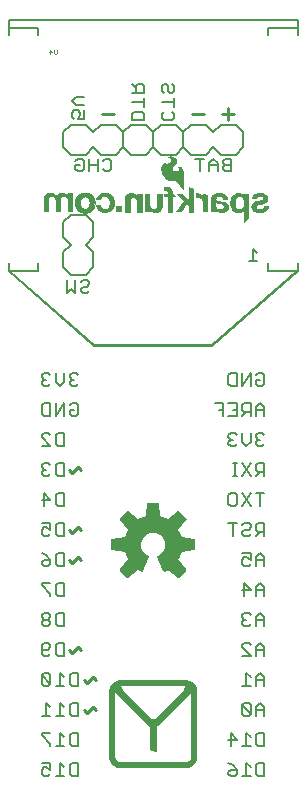
<source format=gbr>
G04 EAGLE Gerber RS-274X export*
G75*
%MOMM*%
%FSLAX34Y34*%
%LPD*%
%INSilkscreen Bottom*%
%IPPOS*%
%AMOC8*
5,1,8,0,0,1.08239X$1,22.5*%
G01*
%ADD10C,0.203200*%
%ADD11C,0.279400*%
%ADD12C,0.025400*%
%ADD13R,0.495300X0.485100*%
%ADD14C,0.533400*%
%ADD15C,0.609600*%
%ADD16C,0.558800*%

G36*
X148633Y174886D02*
X148633Y174886D01*
X148741Y174896D01*
X148754Y174902D01*
X148768Y174904D01*
X148865Y174952D01*
X148964Y174997D01*
X148977Y175008D01*
X148986Y175012D01*
X149001Y175028D01*
X149078Y175090D01*
X155110Y181122D01*
X155160Y181193D01*
X155165Y181198D01*
X155167Y181201D01*
X155173Y181210D01*
X155239Y181296D01*
X155244Y181309D01*
X155252Y181321D01*
X155283Y181424D01*
X155319Y181527D01*
X155319Y181541D01*
X155323Y181554D01*
X155319Y181662D01*
X155320Y181771D01*
X155315Y181784D01*
X155315Y181798D01*
X155277Y181900D01*
X155242Y182002D01*
X155233Y182017D01*
X155229Y182026D01*
X155215Y182043D01*
X155161Y182125D01*
X148307Y190531D01*
X149345Y192417D01*
X149353Y192439D01*
X149381Y192491D01*
X150398Y194947D01*
X150404Y194970D01*
X150426Y195025D01*
X151025Y197093D01*
X161815Y198190D01*
X161919Y198218D01*
X162025Y198243D01*
X162037Y198250D01*
X162050Y198253D01*
X162140Y198314D01*
X162233Y198371D01*
X162241Y198382D01*
X162253Y198390D01*
X162319Y198476D01*
X162388Y198560D01*
X162392Y198573D01*
X162401Y198584D01*
X162435Y198687D01*
X162474Y198788D01*
X162475Y198806D01*
X162479Y198815D01*
X162479Y198837D01*
X162488Y198935D01*
X162488Y207465D01*
X162471Y207572D01*
X162457Y207680D01*
X162451Y207692D01*
X162449Y207706D01*
X162397Y207802D01*
X162350Y207899D01*
X162340Y207909D01*
X162334Y207921D01*
X162254Y207995D01*
X162178Y208072D01*
X162166Y208078D01*
X162156Y208088D01*
X162057Y208133D01*
X161960Y208181D01*
X161942Y208185D01*
X161933Y208189D01*
X161912Y208191D01*
X161815Y208210D01*
X151025Y209307D01*
X150426Y211375D01*
X150415Y211396D01*
X150398Y211453D01*
X149381Y213909D01*
X149368Y213929D01*
X149345Y213983D01*
X148307Y215869D01*
X155161Y224275D01*
X155215Y224369D01*
X155272Y224461D01*
X155275Y224474D01*
X155282Y224486D01*
X155303Y224593D01*
X155328Y224698D01*
X155326Y224712D01*
X155329Y224726D01*
X155314Y224833D01*
X155304Y224941D01*
X155298Y224954D01*
X155296Y224968D01*
X155248Y225065D01*
X155203Y225164D01*
X155192Y225177D01*
X155188Y225186D01*
X155172Y225201D01*
X155110Y225278D01*
X149078Y231310D01*
X148990Y231373D01*
X148904Y231439D01*
X148891Y231444D01*
X148879Y231452D01*
X148776Y231483D01*
X148673Y231519D01*
X148659Y231519D01*
X148646Y231523D01*
X148538Y231519D01*
X148429Y231520D01*
X148416Y231515D01*
X148402Y231515D01*
X148300Y231477D01*
X148198Y231442D01*
X148183Y231433D01*
X148174Y231429D01*
X148157Y231415D01*
X148075Y231361D01*
X139669Y224507D01*
X137783Y225545D01*
X137761Y225553D01*
X137709Y225581D01*
X135253Y226598D01*
X135230Y226604D01*
X135175Y226626D01*
X133107Y227225D01*
X132010Y238015D01*
X131982Y238119D01*
X131957Y238225D01*
X131950Y238237D01*
X131947Y238250D01*
X131886Y238340D01*
X131829Y238433D01*
X131818Y238441D01*
X131810Y238453D01*
X131724Y238519D01*
X131640Y238588D01*
X131627Y238592D01*
X131616Y238601D01*
X131513Y238635D01*
X131412Y238674D01*
X131394Y238675D01*
X131385Y238679D01*
X131363Y238679D01*
X131265Y238688D01*
X122735Y238688D01*
X122628Y238671D01*
X122520Y238657D01*
X122508Y238651D01*
X122494Y238649D01*
X122398Y238597D01*
X122301Y238550D01*
X122291Y238540D01*
X122279Y238534D01*
X122205Y238454D01*
X122128Y238378D01*
X122122Y238366D01*
X122112Y238356D01*
X122067Y238257D01*
X122019Y238160D01*
X122015Y238142D01*
X122011Y238133D01*
X122009Y238112D01*
X121990Y238015D01*
X120893Y227225D01*
X118825Y226626D01*
X118804Y226615D01*
X118747Y226598D01*
X116291Y225581D01*
X116271Y225568D01*
X116217Y225545D01*
X114331Y224507D01*
X105925Y231361D01*
X105831Y231415D01*
X105739Y231472D01*
X105726Y231475D01*
X105714Y231482D01*
X105607Y231503D01*
X105502Y231528D01*
X105488Y231526D01*
X105474Y231529D01*
X105367Y231514D01*
X105259Y231504D01*
X105246Y231498D01*
X105233Y231496D01*
X105135Y231448D01*
X105036Y231403D01*
X105023Y231392D01*
X105014Y231388D01*
X104999Y231372D01*
X104922Y231310D01*
X98890Y225278D01*
X98827Y225190D01*
X98761Y225104D01*
X98756Y225091D01*
X98748Y225079D01*
X98717Y224976D01*
X98681Y224873D01*
X98681Y224859D01*
X98677Y224846D01*
X98681Y224738D01*
X98680Y224629D01*
X98685Y224616D01*
X98685Y224602D01*
X98723Y224500D01*
X98758Y224398D01*
X98767Y224383D01*
X98771Y224374D01*
X98785Y224357D01*
X98839Y224275D01*
X105693Y215869D01*
X104655Y213983D01*
X104647Y213961D01*
X104619Y213909D01*
X103602Y211453D01*
X103596Y211430D01*
X103574Y211375D01*
X102975Y209307D01*
X92185Y208210D01*
X92081Y208182D01*
X91975Y208157D01*
X91963Y208150D01*
X91950Y208147D01*
X91860Y208086D01*
X91767Y208029D01*
X91759Y208018D01*
X91747Y208010D01*
X91681Y207924D01*
X91613Y207840D01*
X91608Y207827D01*
X91599Y207816D01*
X91565Y207713D01*
X91526Y207612D01*
X91525Y207594D01*
X91521Y207585D01*
X91522Y207563D01*
X91512Y207465D01*
X91512Y198935D01*
X91529Y198828D01*
X91543Y198720D01*
X91549Y198708D01*
X91551Y198694D01*
X91603Y198598D01*
X91650Y198501D01*
X91660Y198491D01*
X91666Y198479D01*
X91746Y198405D01*
X91822Y198328D01*
X91834Y198322D01*
X91845Y198312D01*
X91943Y198267D01*
X92040Y198219D01*
X92058Y198215D01*
X92067Y198211D01*
X92088Y198209D01*
X92185Y198190D01*
X102975Y197093D01*
X103574Y195025D01*
X103585Y195004D01*
X103602Y194947D01*
X104619Y192491D01*
X104632Y192471D01*
X104655Y192417D01*
X105693Y190531D01*
X98839Y182125D01*
X98785Y182031D01*
X98728Y181939D01*
X98725Y181926D01*
X98718Y181914D01*
X98697Y181807D01*
X98672Y181702D01*
X98674Y181688D01*
X98671Y181674D01*
X98686Y181567D01*
X98696Y181459D01*
X98702Y181446D01*
X98704Y181433D01*
X98752Y181335D01*
X98797Y181236D01*
X98808Y181223D01*
X98812Y181214D01*
X98828Y181199D01*
X98890Y181122D01*
X104922Y175090D01*
X105010Y175027D01*
X105096Y174961D01*
X105109Y174956D01*
X105121Y174948D01*
X105224Y174917D01*
X105327Y174881D01*
X105341Y174881D01*
X105354Y174877D01*
X105462Y174881D01*
X105571Y174880D01*
X105584Y174885D01*
X105598Y174885D01*
X105700Y174923D01*
X105802Y174958D01*
X105817Y174967D01*
X105826Y174971D01*
X105843Y174985D01*
X105925Y175039D01*
X114325Y181888D01*
X115612Y181156D01*
X115631Y181149D01*
X115667Y181128D01*
X117476Y180289D01*
X117514Y180279D01*
X117550Y180260D01*
X117631Y180246D01*
X117711Y180224D01*
X117751Y180226D01*
X117790Y180220D01*
X117872Y180233D01*
X117955Y180238D01*
X117992Y180253D01*
X118031Y180259D01*
X118104Y180298D01*
X118181Y180329D01*
X118211Y180355D01*
X118247Y180374D01*
X118303Y180434D01*
X118366Y180488D01*
X118386Y180523D01*
X118414Y180552D01*
X118483Y180682D01*
X123506Y192808D01*
X123531Y192917D01*
X123560Y193024D01*
X123559Y193035D01*
X123562Y193046D01*
X123551Y193156D01*
X123543Y193268D01*
X123539Y193278D01*
X123538Y193289D01*
X123492Y193390D01*
X123449Y193493D01*
X123442Y193501D01*
X123437Y193511D01*
X123361Y193592D01*
X123288Y193676D01*
X123276Y193683D01*
X123270Y193689D01*
X123253Y193698D01*
X123164Y193757D01*
X121414Y194684D01*
X119922Y195876D01*
X118679Y197327D01*
X117729Y198984D01*
X117104Y200789D01*
X116828Y202679D01*
X116910Y204587D01*
X117346Y206447D01*
X118122Y208192D01*
X119211Y209762D01*
X120573Y211101D01*
X122161Y212162D01*
X123919Y212908D01*
X125786Y213313D01*
X127695Y213361D01*
X129580Y213053D01*
X131375Y212398D01*
X133015Y211419D01*
X134444Y210152D01*
X135611Y208640D01*
X136475Y206937D01*
X137006Y205102D01*
X137186Y203196D01*
X137042Y201494D01*
X136615Y199836D01*
X135915Y198273D01*
X135576Y197765D01*
X135075Y197016D01*
X135075Y197015D01*
X134964Y196849D01*
X133788Y195605D01*
X132420Y194576D01*
X130842Y193761D01*
X130750Y193692D01*
X130657Y193625D01*
X130652Y193619D01*
X130646Y193615D01*
X130581Y193520D01*
X130514Y193427D01*
X130512Y193420D01*
X130508Y193414D01*
X130477Y193303D01*
X130443Y193194D01*
X130443Y193186D01*
X130442Y193179D01*
X130447Y193065D01*
X130451Y192950D01*
X130454Y192941D01*
X130454Y192936D01*
X130460Y192921D01*
X130494Y192808D01*
X135517Y180682D01*
X135538Y180648D01*
X135551Y180611D01*
X135602Y180545D01*
X135646Y180475D01*
X135677Y180450D01*
X135701Y180418D01*
X135770Y180373D01*
X135834Y180320D01*
X135872Y180306D01*
X135905Y180284D01*
X135985Y180263D01*
X136063Y180234D01*
X136103Y180233D01*
X136141Y180223D01*
X136224Y180229D01*
X136306Y180226D01*
X136345Y180238D01*
X136385Y180241D01*
X136524Y180289D01*
X138333Y181128D01*
X138349Y181139D01*
X138388Y181156D01*
X139675Y181888D01*
X148075Y175039D01*
X148169Y174985D01*
X148261Y174928D01*
X148274Y174925D01*
X148286Y174918D01*
X148393Y174897D01*
X148498Y174872D01*
X148512Y174874D01*
X148526Y174871D01*
X148633Y174886D01*
G37*
G36*
X152724Y503727D02*
X152724Y503727D01*
X152766Y503742D01*
X152768Y503747D01*
X152772Y503749D01*
X152801Y503822D01*
X152805Y503833D01*
X152805Y503834D01*
X152805Y518998D01*
X152803Y519003D01*
X152805Y519009D01*
X152735Y519840D01*
X152729Y519851D01*
X152730Y519866D01*
X152490Y520665D01*
X152482Y520675D01*
X152480Y520689D01*
X152079Y521421D01*
X152069Y521429D01*
X152064Y521442D01*
X151594Y521992D01*
X151583Y521997D01*
X151576Y522009D01*
X151006Y522454D01*
X150994Y522457D01*
X150984Y522467D01*
X150336Y522788D01*
X150324Y522789D01*
X150312Y522797D01*
X149613Y522981D01*
X149602Y522980D01*
X149591Y522985D01*
X148651Y523058D01*
X148642Y523055D01*
X148631Y523058D01*
X147691Y522985D01*
X147687Y522983D01*
X147681Y522984D01*
X147198Y522908D01*
X147159Y522883D01*
X147119Y522862D01*
X147118Y522858D01*
X147115Y522856D01*
X147105Y522811D01*
X147093Y522767D01*
X147095Y522763D01*
X147094Y522759D01*
X147119Y522721D01*
X147143Y522682D01*
X147147Y522681D01*
X147149Y522678D01*
X147190Y522669D01*
X147230Y522657D01*
X147388Y522673D01*
X147526Y522645D01*
X147659Y522574D01*
X148483Y521975D01*
X148601Y521861D01*
X148673Y521723D01*
X148766Y521308D01*
X148766Y520880D01*
X148673Y520464D01*
X148467Y520060D01*
X148154Y519732D01*
X147548Y519367D01*
X146870Y519160D01*
X146159Y519125D01*
X145549Y519222D01*
X144963Y519420D01*
X144420Y519713D01*
X143995Y520078D01*
X143680Y520538D01*
X143494Y521063D01*
X143451Y521619D01*
X143553Y522167D01*
X143793Y522670D01*
X144163Y523105D01*
X144361Y523315D01*
X144956Y523946D01*
X145551Y524577D01*
X145616Y524646D01*
X145619Y524656D01*
X145628Y524662D01*
X146815Y526420D01*
X146817Y526433D01*
X146827Y526443D01*
X147107Y527131D01*
X147106Y527146D01*
X147115Y527161D01*
X147214Y527896D01*
X147210Y527911D01*
X147215Y527928D01*
X147128Y528665D01*
X147120Y528678D01*
X147120Y528696D01*
X146853Y529388D01*
X146842Y529399D01*
X146838Y529416D01*
X146407Y530019D01*
X146397Y530026D01*
X146391Y530038D01*
X145695Y530696D01*
X145687Y530699D01*
X145682Y530707D01*
X144905Y531267D01*
X144895Y531270D01*
X144887Y531278D01*
X144107Y531666D01*
X144095Y531667D01*
X144084Y531675D01*
X143244Y531906D01*
X143232Y531905D01*
X143220Y531911D01*
X142352Y531977D01*
X142342Y531973D01*
X142330Y531977D01*
X141430Y531891D01*
X141421Y531887D01*
X141411Y531888D01*
X140533Y531668D01*
X140525Y531662D01*
X140513Y531661D01*
X140285Y531560D01*
X139929Y531408D01*
X139928Y531408D01*
X139424Y531187D01*
X139414Y531176D01*
X139397Y531171D01*
X138962Y530833D01*
X138959Y530826D01*
X138951Y530822D01*
X138926Y530797D01*
X138923Y530796D01*
X138888Y530704D01*
X138929Y530615D01*
X139014Y530582D01*
X139617Y530582D01*
X140128Y530525D01*
X140618Y530386D01*
X141099Y530131D01*
X141494Y529761D01*
X141780Y529301D01*
X141937Y528782D01*
X141949Y528479D01*
X141890Y528179D01*
X141684Y527685D01*
X141401Y527227D01*
X141050Y526817D01*
X140638Y526463D01*
X139736Y525812D01*
X139248Y525563D01*
X138719Y525465D01*
X138180Y525523D01*
X138006Y525588D01*
X137645Y525837D01*
X137371Y526176D01*
X137327Y526279D01*
X137311Y526399D01*
X137311Y527279D01*
X137294Y527320D01*
X137280Y527362D01*
X137275Y527365D01*
X137273Y527370D01*
X137232Y527386D01*
X137192Y527405D01*
X137186Y527403D01*
X137181Y527405D01*
X137154Y527393D01*
X137105Y527377D01*
X135979Y526456D01*
X135973Y526444D01*
X135961Y526437D01*
X135054Y525300D01*
X135051Y525289D01*
X135042Y525281D01*
X134540Y524347D01*
X134539Y524337D01*
X134533Y524329D01*
X134175Y523332D01*
X134175Y523322D01*
X134170Y523313D01*
X133963Y522274D01*
X133965Y522264D01*
X133964Y522262D01*
X133965Y522262D01*
X133961Y522253D01*
X133901Y520325D01*
X133905Y520314D01*
X133902Y520302D01*
X134190Y518395D01*
X134196Y518385D01*
X134196Y518373D01*
X134824Y516549D01*
X134831Y516540D01*
X134833Y516528D01*
X135780Y514847D01*
X135788Y514841D01*
X135791Y514830D01*
X136676Y513723D01*
X136683Y513720D01*
X136685Y513714D01*
X136686Y513714D01*
X136688Y513710D01*
X137719Y512738D01*
X137727Y512735D01*
X137733Y512727D01*
X138890Y511910D01*
X138900Y511908D01*
X138908Y511900D01*
X140138Y511300D01*
X140149Y511299D01*
X140159Y511291D01*
X141478Y510923D01*
X141489Y510925D01*
X141500Y510919D01*
X142864Y510795D01*
X142869Y510797D01*
X142875Y510795D01*
X145150Y510795D01*
X145518Y510730D01*
X145869Y510603D01*
X146859Y510014D01*
X147713Y509232D01*
X152585Y503750D01*
X152589Y503748D01*
X152591Y503743D01*
X152633Y503727D01*
X152674Y503708D01*
X152678Y503710D01*
X152683Y503708D01*
X152724Y503727D01*
G37*
G36*
X204091Y475033D02*
X204091Y475033D01*
X204093Y475032D01*
X204114Y475041D01*
X204174Y475064D01*
X208314Y478798D01*
X208316Y478804D01*
X208322Y478807D01*
X208346Y478867D01*
X208355Y478888D01*
X208354Y478890D01*
X208355Y478892D01*
X208355Y499466D01*
X208340Y499503D01*
X208330Y499542D01*
X208321Y499548D01*
X208317Y499557D01*
X208289Y499568D01*
X208253Y499590D01*
X204367Y500326D01*
X204352Y500323D01*
X204337Y500328D01*
X204305Y500313D01*
X204270Y500305D01*
X204262Y500292D01*
X204249Y500286D01*
X204234Y500247D01*
X204218Y500222D01*
X204221Y500211D01*
X204217Y500200D01*
X204241Y498283D01*
X204107Y498432D01*
X204106Y498433D01*
X204106Y498434D01*
X203217Y499399D01*
X203211Y499401D01*
X203207Y499408D01*
X202864Y499709D01*
X202853Y499713D01*
X202845Y499723D01*
X202451Y499956D01*
X202442Y499957D01*
X202434Y499964D01*
X201113Y500497D01*
X201102Y500497D01*
X201092Y500504D01*
X200610Y500606D01*
X200598Y500603D01*
X200586Y500608D01*
X198605Y500633D01*
X198594Y500629D01*
X198582Y500631D01*
X197497Y500448D01*
X197487Y500441D01*
X197473Y500441D01*
X196448Y500041D01*
X196441Y500033D01*
X196429Y500031D01*
X195527Y499490D01*
X195522Y499484D01*
X195513Y499481D01*
X194689Y498828D01*
X194683Y498818D01*
X194673Y498813D01*
X193881Y497923D01*
X193877Y497910D01*
X193865Y497901D01*
X193286Y496860D01*
X193284Y496848D01*
X193276Y496837D01*
X192602Y494724D01*
X192603Y494713D01*
X192597Y494702D01*
X192314Y492502D01*
X192317Y492491D01*
X192313Y492479D01*
X192431Y490264D01*
X192436Y490254D01*
X192434Y490242D01*
X192757Y488866D01*
X192764Y488857D01*
X192764Y488845D01*
X193320Y487545D01*
X193328Y487537D01*
X193330Y487526D01*
X194102Y486341D01*
X194111Y486335D01*
X194116Y486324D01*
X194773Y485617D01*
X194783Y485613D01*
X194789Y485603D01*
X195557Y485018D01*
X195568Y485016D01*
X195575Y485007D01*
X196431Y484561D01*
X196442Y484560D01*
X196451Y484552D01*
X197370Y484258D01*
X197380Y484259D01*
X197390Y484253D01*
X198602Y484064D01*
X198611Y484066D01*
X198620Y484063D01*
X199847Y484046D01*
X199855Y484049D01*
X199865Y484047D01*
X201082Y484202D01*
X201092Y484207D01*
X201104Y484207D01*
X201948Y484471D01*
X201958Y484479D01*
X201973Y484482D01*
X202742Y484919D01*
X202750Y484929D01*
X202764Y484934D01*
X203424Y485524D01*
X203430Y485536D01*
X203442Y485544D01*
X203962Y486260D01*
X203963Y486262D01*
X203963Y475158D01*
X203981Y475114D01*
X203998Y475071D01*
X204000Y475070D01*
X204001Y475067D01*
X204045Y475050D01*
X204089Y475032D01*
X204091Y475033D01*
G37*
G36*
X38661Y484380D02*
X38661Y484380D01*
X38663Y484379D01*
X38706Y484399D01*
X38750Y484417D01*
X38750Y484419D01*
X38752Y484420D01*
X38785Y484505D01*
X38785Y494784D01*
X38892Y495664D01*
X39204Y496486D01*
X39465Y496870D01*
X39808Y497183D01*
X40214Y497409D01*
X40662Y497537D01*
X41566Y497605D01*
X42469Y497513D01*
X42879Y497387D01*
X43251Y497177D01*
X43266Y497163D01*
X43407Y497037D01*
X43547Y496910D01*
X43569Y496891D01*
X43954Y496363D01*
X44227Y495768D01*
X44376Y495129D01*
X44451Y494026D01*
X44451Y484505D01*
X44452Y484503D01*
X44451Y484501D01*
X44471Y484458D01*
X44489Y484414D01*
X44491Y484414D01*
X44492Y484412D01*
X44577Y484379D01*
X48895Y484379D01*
X48897Y484380D01*
X48899Y484379D01*
X48942Y484399D01*
X48986Y484417D01*
X48986Y484419D01*
X48988Y484420D01*
X49021Y484505D01*
X49021Y495064D01*
X49101Y495727D01*
X49332Y496346D01*
X49702Y496893D01*
X50049Y497211D01*
X50458Y497444D01*
X50908Y497580D01*
X51385Y497612D01*
X52233Y497562D01*
X52673Y497480D01*
X53077Y497302D01*
X53432Y497036D01*
X54251Y496092D01*
X54535Y495554D01*
X54666Y494963D01*
X54636Y494341D01*
X54637Y494338D01*
X54636Y494335D01*
X54636Y484530D01*
X54637Y484528D01*
X54636Y484526D01*
X54656Y484483D01*
X54674Y484439D01*
X54676Y484439D01*
X54677Y484437D01*
X54762Y484404D01*
X59080Y484404D01*
X59082Y484405D01*
X59084Y484404D01*
X59127Y484424D01*
X59171Y484442D01*
X59171Y484444D01*
X59173Y484445D01*
X59206Y484530D01*
X59206Y500583D01*
X59205Y500585D01*
X59206Y500587D01*
X59186Y500630D01*
X59168Y500674D01*
X59166Y500674D01*
X59165Y500676D01*
X59080Y500709D01*
X55093Y500709D01*
X55091Y500708D01*
X55089Y500709D01*
X55046Y500689D01*
X55002Y500671D01*
X55002Y500669D01*
X55000Y500668D01*
X54967Y500583D01*
X54967Y498530D01*
X54936Y498537D01*
X54634Y498933D01*
X54628Y498936D01*
X54625Y498944D01*
X53863Y499731D01*
X53855Y499734D01*
X53851Y499741D01*
X53089Y500353D01*
X53075Y500357D01*
X53063Y500370D01*
X52173Y500774D01*
X52161Y500774D01*
X52150Y500782D01*
X51058Y501036D01*
X51049Y501035D01*
X51041Y501039D01*
X49669Y501166D01*
X49659Y501163D01*
X49648Y501166D01*
X48691Y501097D01*
X48680Y501091D01*
X48666Y501092D01*
X47743Y500832D01*
X47733Y500824D01*
X47720Y500822D01*
X46930Y500419D01*
X46922Y500410D01*
X46909Y500406D01*
X46211Y499860D01*
X46205Y499849D01*
X46193Y499843D01*
X45611Y499174D01*
X45608Y499162D01*
X45597Y499154D01*
X45217Y498496D01*
X45175Y498538D01*
X44720Y499019D01*
X44717Y499020D01*
X44716Y499023D01*
X43928Y499782D01*
X43919Y499785D01*
X43914Y499794D01*
X43025Y500432D01*
X43014Y500434D01*
X43006Y500442D01*
X42201Y500836D01*
X42189Y500836D01*
X42178Y500844D01*
X41313Y501076D01*
X41301Y501074D01*
X41289Y501080D01*
X40395Y501141D01*
X40386Y501138D01*
X40375Y501141D01*
X39096Y501034D01*
X39089Y501030D01*
X39082Y501032D01*
X37822Y500783D01*
X37813Y500777D01*
X37801Y500777D01*
X36935Y500451D01*
X36925Y500441D01*
X36910Y500438D01*
X36136Y499931D01*
X36129Y499919D01*
X36115Y499913D01*
X35469Y499249D01*
X35466Y499239D01*
X35462Y499238D01*
X35461Y499234D01*
X35453Y499228D01*
X34865Y498289D01*
X34863Y498276D01*
X34853Y498266D01*
X34467Y497227D01*
X34468Y497214D01*
X34461Y497202D01*
X34292Y496106D01*
X34295Y496097D01*
X34291Y496087D01*
X34291Y484505D01*
X34292Y484503D01*
X34291Y484501D01*
X34311Y484458D01*
X34329Y484414D01*
X34331Y484414D01*
X34332Y484412D01*
X34417Y484379D01*
X38659Y484379D01*
X38661Y484380D01*
G37*
G36*
X186541Y484049D02*
X186541Y484049D01*
X186552Y484054D01*
X186566Y484052D01*
X187938Y484360D01*
X187949Y484368D01*
X187964Y484369D01*
X189233Y484975D01*
X189242Y484985D01*
X189256Y484989D01*
X189704Y485331D01*
X189710Y485341D01*
X189722Y485347D01*
X190099Y485767D01*
X190103Y485778D01*
X190113Y485786D01*
X190405Y486269D01*
X190407Y486280D01*
X190415Y486290D01*
X190788Y487283D01*
X190788Y487294D01*
X190794Y487305D01*
X190983Y488349D01*
X190980Y488360D01*
X190985Y488372D01*
X190982Y489433D01*
X190979Y489440D01*
X190981Y489443D01*
X190978Y489450D01*
X190979Y489460D01*
X190773Y490401D01*
X190764Y490413D01*
X190763Y490430D01*
X190334Y491292D01*
X190324Y491301D01*
X190319Y491316D01*
X189821Y491925D01*
X189816Y491928D01*
X189814Y491932D01*
X189808Y491934D01*
X189803Y491943D01*
X189193Y492441D01*
X189181Y492444D01*
X189172Y492455D01*
X188476Y492821D01*
X188465Y492822D01*
X188456Y492829D01*
X186971Y493313D01*
X186963Y493312D01*
X186954Y493317D01*
X185417Y493595D01*
X185413Y493594D01*
X185408Y493597D01*
X183202Y493825D01*
X181896Y494051D01*
X181427Y494216D01*
X180999Y494462D01*
X180715Y494723D01*
X180655Y494810D01*
X180613Y494907D01*
X180502Y495428D01*
X180502Y495959D01*
X180613Y496480D01*
X180752Y496794D01*
X180951Y497073D01*
X181204Y497307D01*
X181518Y497500D01*
X181864Y497628D01*
X182233Y497689D01*
X183588Y497739D01*
X184175Y497685D01*
X184736Y497520D01*
X185200Y497265D01*
X185590Y496909D01*
X185885Y496471D01*
X186069Y495976D01*
X186132Y495445D01*
X186132Y495402D01*
X186133Y495400D01*
X186132Y495398D01*
X186152Y495355D01*
X186170Y495311D01*
X186172Y495311D01*
X186173Y495309D01*
X186258Y495276D01*
X190399Y495276D01*
X190400Y495274D01*
X190442Y495264D01*
X190484Y495250D01*
X190490Y495253D01*
X190496Y495252D01*
X190521Y495268D01*
X190566Y495289D01*
X190591Y495314D01*
X190591Y495315D01*
X190607Y495357D01*
X190626Y495406D01*
X190626Y495407D01*
X190606Y495449D01*
X190587Y495492D01*
X190465Y496383D01*
X190459Y496394D01*
X190459Y496409D01*
X190125Y497350D01*
X190116Y497360D01*
X190113Y497374D01*
X189594Y498227D01*
X189583Y498235D01*
X189578Y498248D01*
X188895Y498978D01*
X188883Y498983D01*
X188875Y498995D01*
X188058Y499569D01*
X188046Y499572D01*
X188037Y499581D01*
X186879Y500110D01*
X186869Y500110D01*
X186860Y500117D01*
X185631Y500451D01*
X185622Y500450D01*
X185613Y500454D01*
X183873Y500668D01*
X183865Y500665D01*
X183857Y500668D01*
X182103Y500660D01*
X182096Y500657D01*
X182087Y500659D01*
X180348Y500429D01*
X180340Y500424D01*
X180329Y500425D01*
X178915Y500000D01*
X178906Y499992D01*
X178892Y499991D01*
X177589Y499297D01*
X177580Y499287D01*
X177566Y499282D01*
X177004Y498799D01*
X176997Y498785D01*
X176983Y498776D01*
X176556Y498171D01*
X176553Y498156D01*
X176541Y498144D01*
X176274Y497453D01*
X176275Y497438D01*
X176267Y497423D01*
X176176Y496688D01*
X176178Y496680D01*
X176175Y496672D01*
X176175Y491846D01*
X176176Y491844D01*
X176175Y491842D01*
X176182Y491827D01*
X176150Y491743D01*
X176175Y487405D01*
X176073Y486068D01*
X175724Y484773D01*
X175650Y484574D01*
X175651Y484549D01*
X175642Y484526D01*
X175653Y484502D01*
X175654Y484476D01*
X175673Y484459D01*
X175683Y484437D01*
X175710Y484426D01*
X175728Y484410D01*
X175747Y484412D01*
X175768Y484404D01*
X179802Y484404D01*
X179838Y484401D01*
X179866Y484410D01*
X179906Y484414D01*
X179943Y484433D01*
X179962Y484455D01*
X179994Y484479D01*
X180016Y484515D01*
X180018Y484532D01*
X180030Y484548D01*
X180106Y484828D01*
X180105Y484831D01*
X180107Y484834D01*
X180334Y485863D01*
X180344Y485886D01*
X180350Y485892D01*
X180358Y485894D01*
X180367Y485893D01*
X180391Y485877D01*
X181218Y485174D01*
X181229Y485170D01*
X181238Y485160D01*
X182189Y484620D01*
X182200Y484619D01*
X182210Y484611D01*
X183245Y484258D01*
X183257Y484259D01*
X183267Y484253D01*
X184885Y484012D01*
X184895Y484015D01*
X184906Y484011D01*
X186541Y484049D01*
G37*
G36*
X161674Y484278D02*
X161674Y484278D01*
X161677Y484277D01*
X161760Y484314D01*
X161811Y484365D01*
X161813Y484368D01*
X161815Y484369D01*
X161848Y484454D01*
X161848Y503784D01*
X161840Y503803D01*
X161842Y503823D01*
X161821Y503850D01*
X161810Y503875D01*
X161796Y503880D01*
X161785Y503894D01*
X157645Y506256D01*
X157610Y506260D01*
X157578Y506272D01*
X157563Y506265D01*
X157547Y506267D01*
X157520Y506245D01*
X157489Y506231D01*
X157482Y506215D01*
X157470Y506205D01*
X157468Y506178D01*
X157456Y506146D01*
X157456Y494716D01*
X151981Y500190D01*
X151978Y500192D01*
X151977Y500194D01*
X151892Y500227D01*
X147218Y500227D01*
X147216Y500227D01*
X147215Y500227D01*
X147171Y500207D01*
X147127Y500189D01*
X147127Y500187D01*
X147125Y500186D01*
X147109Y500142D01*
X147092Y500097D01*
X147093Y500095D01*
X147092Y500094D01*
X147130Y500011D01*
X152821Y494445D01*
X146224Y484550D01*
X146217Y484512D01*
X146203Y484475D01*
X146208Y484465D01*
X146206Y484453D01*
X146228Y484422D01*
X146245Y484386D01*
X146256Y484382D01*
X146262Y484373D01*
X146292Y484368D01*
X146330Y484354D01*
X151410Y484379D01*
X151427Y484386D01*
X151445Y484384D01*
X151474Y484406D01*
X151500Y484418D01*
X151505Y484430D01*
X151517Y484440D01*
X155750Y491418D01*
X157405Y489811D01*
X157405Y484403D01*
X157406Y484401D01*
X157405Y484399D01*
X157425Y484356D01*
X157443Y484312D01*
X157445Y484312D01*
X157446Y484310D01*
X157531Y484277D01*
X161671Y484277D01*
X161674Y484278D01*
G37*
G36*
X130106Y483977D02*
X130106Y483977D01*
X130117Y483974D01*
X131150Y484121D01*
X131161Y484127D01*
X131174Y484127D01*
X132160Y484470D01*
X132169Y484478D01*
X132182Y484480D01*
X133084Y485006D01*
X133091Y485016D01*
X133104Y485021D01*
X133358Y485249D01*
X133364Y485260D01*
X133375Y485268D01*
X134036Y486153D01*
X134038Y486164D01*
X134048Y486173D01*
X134536Y487163D01*
X134536Y487175D01*
X134544Y487185D01*
X134844Y488248D01*
X134842Y488259D01*
X134848Y488271D01*
X134949Y489370D01*
X134947Y489376D01*
X134949Y489382D01*
X134949Y500177D01*
X134948Y500179D01*
X134949Y500181D01*
X134929Y500224D01*
X134911Y500268D01*
X134909Y500268D01*
X134908Y500270D01*
X134823Y500303D01*
X130683Y500303D01*
X130681Y500302D01*
X130679Y500303D01*
X130636Y500283D01*
X130592Y500265D01*
X130592Y500263D01*
X130590Y500262D01*
X130557Y500177D01*
X130557Y490180D01*
X130408Y489350D01*
X130065Y488582D01*
X129793Y488220D01*
X129452Y487919D01*
X129057Y487694D01*
X128368Y487471D01*
X127649Y487391D01*
X126928Y487458D01*
X126237Y487670D01*
X125727Y487958D01*
X125296Y488355D01*
X124969Y488840D01*
X124760Y489390D01*
X124535Y490594D01*
X124459Y491824D01*
X124459Y500126D01*
X124458Y500128D01*
X124459Y500130D01*
X124439Y500173D01*
X124421Y500217D01*
X124419Y500217D01*
X124418Y500219D01*
X124333Y500252D01*
X120117Y500252D01*
X120115Y500251D01*
X120113Y500252D01*
X120070Y500232D01*
X120026Y500214D01*
X120026Y500212D01*
X120024Y500211D01*
X119991Y500126D01*
X119991Y484505D01*
X119992Y484503D01*
X119991Y484501D01*
X120011Y484458D01*
X120029Y484414D01*
X120031Y484414D01*
X120032Y484412D01*
X120117Y484379D01*
X124130Y484379D01*
X124132Y484380D01*
X124134Y484379D01*
X124177Y484399D01*
X124221Y484417D01*
X124221Y484419D01*
X124223Y484420D01*
X124256Y484505D01*
X124256Y486562D01*
X124763Y485921D01*
X124771Y485917D01*
X124775Y485908D01*
X125602Y485123D01*
X125611Y485120D01*
X125616Y485112D01*
X126546Y484453D01*
X126555Y484451D01*
X126563Y484443D01*
X126808Y484321D01*
X126819Y484320D01*
X126828Y484313D01*
X127090Y484232D01*
X127099Y484233D01*
X127108Y484228D01*
X128586Y484005D01*
X128594Y484007D01*
X128602Y484003D01*
X130096Y483973D01*
X130106Y483977D01*
G37*
G36*
X117629Y484304D02*
X117629Y484304D01*
X117631Y484303D01*
X117674Y484323D01*
X117718Y484341D01*
X117718Y484343D01*
X117720Y484344D01*
X117753Y484429D01*
X117753Y500151D01*
X117752Y500153D01*
X117753Y500155D01*
X117733Y500198D01*
X117715Y500242D01*
X117713Y500242D01*
X117712Y500244D01*
X117627Y500277D01*
X113589Y500277D01*
X113587Y500276D01*
X113585Y500277D01*
X113542Y500257D01*
X113498Y500239D01*
X113498Y500237D01*
X113496Y500236D01*
X113463Y500151D01*
X113463Y498083D01*
X113421Y498112D01*
X113307Y498248D01*
X113030Y498626D01*
X113026Y498628D01*
X113024Y498633D01*
X112622Y499106D01*
X112615Y499110D01*
X112611Y499118D01*
X112416Y499294D01*
X112276Y499420D01*
X112150Y499534D01*
X112140Y499537D01*
X112132Y499547D01*
X111234Y500114D01*
X111221Y500117D01*
X111210Y500126D01*
X110214Y500495D01*
X110201Y500495D01*
X110188Y500502D01*
X109136Y500657D01*
X109126Y500654D01*
X109115Y500658D01*
X107109Y500608D01*
X107099Y500604D01*
X107086Y500606D01*
X106109Y500400D01*
X106097Y500392D01*
X106081Y500391D01*
X105176Y499969D01*
X105167Y499958D01*
X105152Y499954D01*
X104367Y499336D01*
X104361Y499325D01*
X104349Y499319D01*
X103860Y498744D01*
X103857Y498733D01*
X103847Y498726D01*
X103463Y498077D01*
X103461Y498066D01*
X103453Y498057D01*
X103184Y497352D01*
X103184Y497343D01*
X103179Y497334D01*
X102939Y496227D01*
X102941Y496218D01*
X102937Y496210D01*
X102846Y495081D01*
X102848Y495076D01*
X102846Y495071D01*
X102846Y484530D01*
X102847Y484528D01*
X102846Y484526D01*
X102866Y484483D01*
X102884Y484439D01*
X102886Y484439D01*
X102887Y484437D01*
X102972Y484404D01*
X107061Y484404D01*
X107063Y484405D01*
X107065Y484404D01*
X107108Y484424D01*
X107152Y484442D01*
X107152Y484444D01*
X107154Y484445D01*
X107187Y484530D01*
X107187Y494176D01*
X107252Y494894D01*
X107443Y495582D01*
X107753Y496224D01*
X108049Y496611D01*
X108423Y496920D01*
X108858Y497137D01*
X109158Y497214D01*
X109474Y497231D01*
X110579Y497181D01*
X111135Y497094D01*
X111651Y496890D01*
X112108Y496576D01*
X112625Y496007D01*
X112988Y495328D01*
X113205Y494578D01*
X113285Y493795D01*
X113285Y484429D01*
X113286Y484427D01*
X113285Y484425D01*
X113305Y484382D01*
X113323Y484338D01*
X113325Y484338D01*
X113326Y484336D01*
X113411Y484303D01*
X117627Y484303D01*
X117629Y484304D01*
G37*
G36*
X69343Y484232D02*
X69343Y484232D01*
X69359Y484228D01*
X72356Y484634D01*
X72377Y484646D01*
X72406Y484652D01*
X75251Y486430D01*
X75265Y486451D01*
X75290Y486469D01*
X76890Y488958D01*
X76894Y488981D01*
X76909Y489006D01*
X77519Y492892D01*
X77513Y492914D01*
X77517Y492940D01*
X76704Y496496D01*
X76689Y496517D01*
X76680Y496546D01*
X74546Y499264D01*
X74524Y499276D01*
X74503Y499299D01*
X71125Y500976D01*
X71105Y500977D01*
X71084Y500988D01*
X69611Y501165D01*
X69604Y501163D01*
X69596Y501166D01*
X69545Y501166D01*
X69525Y501158D01*
X69499Y501157D01*
X69372Y501107D01*
X69351Y501087D01*
X69325Y501075D01*
X69316Y501053D01*
X69301Y501039D01*
X69302Y501015D01*
X69292Y500990D01*
X69292Y498069D01*
X69309Y498029D01*
X69321Y497988D01*
X69328Y497984D01*
X69330Y497978D01*
X69358Y497967D01*
X69401Y497944D01*
X70496Y497794D01*
X71644Y497159D01*
X72432Y496075D01*
X72828Y495186D01*
X73102Y493712D01*
X73153Y491853D01*
X72978Y490605D01*
X72603Y489456D01*
X72065Y488429D01*
X70417Y487421D01*
X68669Y487199D01*
X66918Y487791D01*
X66848Y487855D01*
X66570Y488108D01*
X66292Y488360D01*
X66153Y488486D01*
X65876Y488739D01*
X65875Y488739D01*
X65839Y488772D01*
X65296Y489982D01*
X64921Y491530D01*
X64921Y492955D01*
X65172Y494884D01*
X65916Y496496D01*
X66750Y497305D01*
X67703Y497818D01*
X68890Y497917D01*
X68986Y497917D01*
X68989Y497918D01*
X68992Y497917D01*
X69034Y497937D01*
X69077Y497955D01*
X69078Y497958D01*
X69081Y497960D01*
X69112Y498045D01*
X69086Y499633D01*
X69083Y499759D01*
X69083Y499760D01*
X69081Y499886D01*
X69079Y500012D01*
X69077Y500138D01*
X69075Y500264D01*
X69075Y500265D01*
X69073Y500391D01*
X69071Y500517D01*
X69069Y500643D01*
X69066Y500769D01*
X69066Y500770D01*
X69064Y500896D01*
X69062Y501017D01*
X69058Y501026D01*
X69061Y501035D01*
X69039Y501070D01*
X69022Y501107D01*
X69014Y501110D01*
X69009Y501118D01*
X68957Y501131D01*
X68930Y501141D01*
X68925Y501139D01*
X68920Y501140D01*
X66913Y500886D01*
X66902Y500880D01*
X66888Y500880D01*
X65262Y500321D01*
X65250Y500310D01*
X65231Y500306D01*
X63250Y498935D01*
X63242Y498922D01*
X63226Y498913D01*
X62134Y497643D01*
X62129Y497627D01*
X62115Y497612D01*
X61074Y495275D01*
X61073Y495258D01*
X61064Y495240D01*
X60784Y493055D01*
X60788Y493040D01*
X60784Y493024D01*
X61038Y490916D01*
X61042Y490908D01*
X61041Y490897D01*
X61727Y488433D01*
X61738Y488419D01*
X61742Y488400D01*
X62555Y487105D01*
X62567Y487096D01*
X62575Y487081D01*
X63769Y485938D01*
X63778Y485934D01*
X63783Y485926D01*
X64900Y485139D01*
X64917Y485135D01*
X64932Y485123D01*
X66786Y484488D01*
X66800Y484489D01*
X66814Y484481D01*
X69329Y484227D01*
X69343Y484232D01*
G37*
G36*
X217324Y484025D02*
X217324Y484025D01*
X217331Y484023D01*
X219897Y484201D01*
X219906Y484206D01*
X219916Y484204D01*
X220837Y484416D01*
X220848Y484424D01*
X220862Y484425D01*
X221719Y484822D01*
X221725Y484829D01*
X221734Y484831D01*
X222928Y485593D01*
X222933Y485599D01*
X222941Y485602D01*
X223456Y486033D01*
X223461Y486044D01*
X223473Y486050D01*
X223893Y486574D01*
X223897Y486585D01*
X223907Y486594D01*
X224216Y487190D01*
X224217Y487199D01*
X224224Y487207D01*
X224656Y488477D01*
X224655Y488487D01*
X224660Y488496D01*
X224762Y489080D01*
X224761Y489087D01*
X224764Y489093D01*
X224789Y489449D01*
X224788Y489453D01*
X224789Y489456D01*
X224788Y489458D01*
X224789Y489462D01*
X224777Y489488D01*
X224774Y489518D01*
X224773Y489519D01*
X224773Y489520D01*
X224762Y489529D01*
X224757Y489542D01*
X224751Y489545D01*
X224748Y489551D01*
X224718Y489563D01*
X224698Y489579D01*
X224696Y489579D01*
X224695Y489580D01*
X224680Y489579D01*
X224668Y489584D01*
X224666Y489583D01*
X224663Y489584D01*
X220802Y489584D01*
X220800Y489583D01*
X220798Y489584D01*
X220755Y489564D01*
X220711Y489546D01*
X220711Y489544D01*
X220709Y489543D01*
X220676Y489458D01*
X220676Y489411D01*
X220647Y488914D01*
X220501Y488452D01*
X220245Y488038D01*
X220141Y487933D01*
X220015Y487807D01*
X219803Y487595D01*
X219276Y487258D01*
X218689Y487041D01*
X218127Y486968D01*
X216797Y486968D01*
X216194Y487042D01*
X215627Y487239D01*
X215114Y487551D01*
X214827Y487835D01*
X214618Y488180D01*
X214501Y488565D01*
X214484Y488969D01*
X214569Y489364D01*
X214750Y489726D01*
X215015Y490030D01*
X215351Y490261D01*
X216458Y490731D01*
X217632Y491037D01*
X221263Y491900D01*
X221270Y491905D01*
X221279Y491905D01*
X222087Y492211D01*
X222094Y492217D01*
X222104Y492219D01*
X222855Y492646D01*
X222861Y492653D01*
X222871Y492657D01*
X223548Y493194D01*
X223553Y493204D01*
X223564Y493210D01*
X223901Y493595D01*
X223905Y493608D01*
X223916Y493617D01*
X224165Y494064D01*
X224166Y494077D01*
X224175Y494088D01*
X224327Y494577D01*
X224325Y494589D01*
X224332Y494602D01*
X224437Y495738D01*
X224434Y495751D01*
X224437Y495764D01*
X224308Y496898D01*
X224302Y496909D01*
X224303Y496923D01*
X223945Y498007D01*
X223937Y498016D01*
X223935Y498030D01*
X223636Y498552D01*
X223626Y498559D01*
X223621Y498572D01*
X223227Y499027D01*
X223216Y499032D01*
X223209Y499044D01*
X222733Y499413D01*
X222722Y499416D01*
X222713Y499425D01*
X221432Y500079D01*
X221421Y500080D01*
X221411Y500087D01*
X220033Y500498D01*
X220022Y500497D01*
X220010Y500503D01*
X218581Y500658D01*
X218574Y500656D01*
X218567Y500658D01*
X216764Y500658D01*
X216758Y500656D01*
X216751Y500658D01*
X215358Y500518D01*
X215349Y500513D01*
X215338Y500514D01*
X213987Y500146D01*
X213978Y500139D01*
X213964Y500137D01*
X212867Y499599D01*
X212858Y499589D01*
X212844Y499585D01*
X211885Y498828D01*
X211879Y498818D01*
X211868Y498813D01*
X211520Y498417D01*
X211518Y498412D01*
X211517Y498412D01*
X211516Y498408D01*
X211508Y498402D01*
X211222Y497960D01*
X211220Y497950D01*
X211213Y497943D01*
X210857Y497155D01*
X210857Y497150D01*
X210853Y497146D01*
X210650Y496588D01*
X210652Y496564D01*
X210647Y496552D01*
X210650Y496545D01*
X210645Y496520D01*
X210654Y496506D01*
X210645Y496494D01*
X210647Y496488D01*
X210643Y496481D01*
X210567Y495770D01*
X210569Y495764D01*
X210568Y495760D01*
X210569Y495758D01*
X210567Y495753D01*
X210584Y495716D01*
X210596Y495676D01*
X210604Y495672D01*
X210608Y495664D01*
X210658Y495644D01*
X210684Y495631D01*
X210688Y495633D01*
X210693Y495631D01*
X214579Y495631D01*
X214623Y495649D01*
X214667Y495667D01*
X214668Y495668D01*
X214670Y495669D01*
X214677Y495688D01*
X214705Y495749D01*
X214721Y496009D01*
X214776Y496252D01*
X214926Y496604D01*
X215144Y496917D01*
X215420Y497181D01*
X215842Y497452D01*
X216309Y497641D01*
X216805Y497739D01*
X217653Y497783D01*
X218501Y497739D01*
X218950Y497654D01*
X219374Y497497D01*
X219675Y497302D01*
X219908Y497034D01*
X220063Y496692D01*
X220111Y496320D01*
X220046Y495951D01*
X219862Y495590D01*
X219627Y495347D01*
X219579Y495297D01*
X218904Y494881D01*
X218152Y494609D01*
X216129Y494205D01*
X216128Y494204D01*
X216127Y494204D01*
X214404Y493823D01*
X214397Y493818D01*
X214388Y493818D01*
X212732Y493208D01*
X212726Y493202D01*
X212716Y493201D01*
X211960Y492796D01*
X211954Y492789D01*
X211945Y492786D01*
X211253Y492278D01*
X211248Y492268D01*
X211236Y492263D01*
X210904Y491913D01*
X210899Y491901D01*
X210888Y491892D01*
X210636Y491480D01*
X210634Y491466D01*
X210624Y491454D01*
X210287Y490451D01*
X210288Y490436D01*
X210280Y490422D01*
X210186Y489367D01*
X210189Y489358D01*
X210186Y489347D01*
X210262Y488306D01*
X210266Y488298D01*
X210265Y488288D01*
X210408Y487624D01*
X210414Y487614D01*
X210415Y487601D01*
X210681Y486976D01*
X210689Y486967D01*
X210692Y486955D01*
X211071Y486391D01*
X211081Y486384D01*
X211086Y486373D01*
X211812Y485630D01*
X211822Y485626D01*
X211828Y485615D01*
X212672Y485009D01*
X212682Y485007D01*
X212691Y484998D01*
X213626Y484547D01*
X213637Y484546D01*
X213647Y484539D01*
X214647Y484257D01*
X214655Y484258D01*
X214664Y484253D01*
X215978Y484071D01*
X215985Y484073D01*
X215991Y484070D01*
X217318Y484023D01*
X217324Y484025D01*
G37*
G36*
X87522Y484122D02*
X87522Y484122D01*
X87529Y484125D01*
X87537Y484124D01*
X89100Y484406D01*
X89108Y484411D01*
X89118Y484410D01*
X90188Y484765D01*
X90196Y484771D01*
X90207Y484773D01*
X91204Y485299D01*
X91211Y485307D01*
X91222Y485311D01*
X92118Y485995D01*
X92123Y486004D01*
X92134Y486009D01*
X92904Y486832D01*
X92906Y486838D01*
X92908Y486839D01*
X92910Y486843D01*
X92917Y486848D01*
X93599Y487864D01*
X93601Y487874D01*
X93609Y487882D01*
X94123Y488993D01*
X94124Y489002D01*
X94130Y489011D01*
X94464Y490189D01*
X94463Y490199D01*
X94468Y490208D01*
X94613Y491424D01*
X94611Y491433D01*
X94614Y491443D01*
X94613Y491475D01*
X94613Y491476D01*
X94605Y491728D01*
X94606Y491728D01*
X94605Y491728D01*
X94602Y491854D01*
X94594Y492107D01*
X94590Y492233D01*
X94582Y492485D01*
X94582Y492486D01*
X94579Y492612D01*
X94575Y492738D01*
X94571Y492864D01*
X94563Y493117D01*
X94559Y493243D01*
X94552Y493495D01*
X94552Y493496D01*
X94548Y493622D01*
X94540Y493874D01*
X94538Y493932D01*
X94534Y493941D01*
X94536Y493953D01*
X94238Y495443D01*
X94231Y495453D01*
X94231Y495466D01*
X93654Y496872D01*
X93646Y496880D01*
X93643Y496893D01*
X92809Y498164D01*
X92799Y498170D01*
X92794Y498182D01*
X91733Y499270D01*
X91722Y499275D01*
X91714Y499286D01*
X90465Y500151D01*
X90453Y500154D01*
X90444Y500163D01*
X89053Y500775D01*
X89041Y500775D01*
X89029Y500782D01*
X87523Y501115D01*
X87511Y501112D01*
X87498Y501118D01*
X85956Y501141D01*
X85947Y501138D01*
X85938Y501140D01*
X84503Y500951D01*
X84498Y500948D01*
X84492Y500949D01*
X83081Y500630D01*
X83073Y500625D01*
X83063Y500624D01*
X81906Y500167D01*
X81896Y500157D01*
X81882Y500154D01*
X80851Y499457D01*
X80844Y499446D01*
X80830Y499439D01*
X79975Y498536D01*
X79970Y498524D01*
X79958Y498515D01*
X79318Y497448D01*
X79316Y497436D01*
X79308Y497427D01*
X78883Y496272D01*
X78883Y496262D01*
X78878Y496253D01*
X78641Y495045D01*
X78644Y495031D01*
X78639Y495017D01*
X78654Y494984D01*
X78661Y494949D01*
X78674Y494941D01*
X78680Y494928D01*
X78719Y494912D01*
X78745Y494896D01*
X78755Y494899D01*
X78765Y494895D01*
X82956Y494895D01*
X82958Y494896D01*
X82960Y494895D01*
X83003Y494915D01*
X83047Y494933D01*
X83047Y494935D01*
X83049Y494936D01*
X83082Y495021D01*
X83082Y495039D01*
X83149Y495618D01*
X83342Y496160D01*
X83653Y496645D01*
X84066Y497046D01*
X84559Y497344D01*
X85351Y497605D01*
X86183Y497688D01*
X87023Y497622D01*
X87844Y497441D01*
X88258Y497255D01*
X88605Y496965D01*
X89292Y496054D01*
X89797Y495029D01*
X90102Y493926D01*
X90195Y492785D01*
X90066Y491225D01*
X89720Y489701D01*
X89405Y488984D01*
X88930Y488365D01*
X88322Y487876D01*
X87614Y487546D01*
X86835Y487365D01*
X86035Y487324D01*
X85444Y487397D01*
X84875Y487570D01*
X84345Y487838D01*
X83902Y488183D01*
X83544Y488615D01*
X83223Y489205D01*
X83008Y489842D01*
X82904Y490518D01*
X82882Y490554D01*
X82864Y490592D01*
X82856Y490595D01*
X82852Y490602D01*
X82822Y490608D01*
X82779Y490625D01*
X78715Y490625D01*
X78713Y490624D01*
X78711Y490625D01*
X78668Y490605D01*
X78624Y490587D01*
X78624Y490585D01*
X78622Y490584D01*
X78589Y490499D01*
X78589Y490449D01*
X78590Y490445D01*
X78589Y490441D01*
X78621Y489966D01*
X78625Y489959D01*
X78623Y489949D01*
X78718Y489484D01*
X78724Y489475D01*
X78724Y489463D01*
X79266Y488072D01*
X79275Y488063D01*
X79278Y488049D01*
X80093Y486798D01*
X80104Y486791D01*
X80109Y486778D01*
X81162Y485720D01*
X81174Y485715D01*
X81183Y485703D01*
X82430Y484883D01*
X82441Y484880D01*
X82450Y484872D01*
X83543Y484410D01*
X83553Y484410D01*
X83562Y484404D01*
X84715Y484122D01*
X84725Y484123D01*
X84735Y484119D01*
X85918Y484023D01*
X85926Y484026D01*
X85936Y484023D01*
X87522Y484122D01*
G37*
G36*
X143461Y484304D02*
X143461Y484304D01*
X143463Y484303D01*
X143506Y484323D01*
X143550Y484341D01*
X143550Y484343D01*
X143552Y484344D01*
X143585Y484429D01*
X143585Y497309D01*
X147448Y497333D01*
X147449Y497333D01*
X147494Y497353D01*
X147538Y497372D01*
X147539Y497373D01*
X147556Y497418D01*
X147573Y497464D01*
X147573Y497465D01*
X147536Y497548D01*
X144869Y500215D01*
X144866Y500217D01*
X144865Y500219D01*
X144780Y500252D01*
X143534Y500252D01*
X143534Y500583D01*
X143532Y500588D01*
X143534Y500593D01*
X143357Y502727D01*
X143352Y502737D01*
X143352Y502738D01*
X143352Y502739D01*
X143352Y502740D01*
X143353Y502749D01*
X143205Y503316D01*
X143198Y503325D01*
X143197Y503337D01*
X142949Y503868D01*
X142940Y503876D01*
X142937Y503888D01*
X142597Y504365D01*
X142587Y504371D01*
X142581Y504383D01*
X141838Y505093D01*
X141828Y505097D01*
X141826Y505101D01*
X141823Y505102D01*
X141819Y505108D01*
X140951Y505658D01*
X140939Y505660D01*
X140929Y505669D01*
X139971Y506038D01*
X139958Y506038D01*
X139947Y506045D01*
X138934Y506219D01*
X138924Y506217D01*
X138913Y506221D01*
X137363Y506221D01*
X137360Y506220D01*
X137356Y506221D01*
X136039Y506145D01*
X136017Y506145D01*
X136015Y506144D01*
X136013Y506145D01*
X135970Y506125D01*
X135926Y506107D01*
X135926Y506105D01*
X135924Y506104D01*
X135891Y506019D01*
X135891Y502996D01*
X135892Y502994D01*
X135891Y502992D01*
X135911Y502949D01*
X135929Y502905D01*
X135931Y502905D01*
X135932Y502903D01*
X136017Y502870D01*
X136093Y502870D01*
X136098Y502872D01*
X136105Y502870D01*
X136385Y502896D01*
X137300Y502981D01*
X138200Y502898D01*
X138482Y502801D01*
X138722Y502631D01*
X138904Y502399D01*
X139079Y501976D01*
X139142Y501514D01*
X139142Y500252D01*
X136296Y500252D01*
X136294Y500251D01*
X136292Y500252D01*
X136249Y500232D01*
X136205Y500214D01*
X136205Y500212D01*
X136203Y500211D01*
X136170Y500126D01*
X136170Y497459D01*
X136171Y497457D01*
X136170Y497455D01*
X136190Y497412D01*
X136208Y497368D01*
X136210Y497368D01*
X136211Y497366D01*
X136296Y497333D01*
X139168Y497333D01*
X139168Y484429D01*
X139169Y484427D01*
X139168Y484425D01*
X139188Y484382D01*
X139206Y484338D01*
X139208Y484338D01*
X139209Y484336D01*
X139294Y484303D01*
X143459Y484303D01*
X143461Y484304D01*
G37*
G36*
X173586Y484405D02*
X173586Y484405D01*
X173588Y484404D01*
X173631Y484424D01*
X173675Y484442D01*
X173676Y484444D01*
X173678Y484445D01*
X173710Y484530D01*
X173684Y499415D01*
X173668Y499453D01*
X173658Y499492D01*
X173649Y499497D01*
X173646Y499506D01*
X173617Y499517D01*
X173580Y499539D01*
X169719Y500225D01*
X169706Y500222D01*
X169693Y500227D01*
X169659Y500212D01*
X169623Y500203D01*
X169616Y500192D01*
X169604Y500186D01*
X169588Y500145D01*
X169572Y500119D01*
X169574Y500110D01*
X169571Y500101D01*
X169571Y497321D01*
X169524Y497336D01*
X169345Y497604D01*
X168659Y498646D01*
X168654Y498650D01*
X168651Y498657D01*
X168335Y499040D01*
X168322Y499047D01*
X168314Y499060D01*
X167920Y499362D01*
X167915Y499363D01*
X167912Y499367D01*
X167023Y499952D01*
X167020Y499953D01*
X167017Y499956D01*
X166406Y500309D01*
X166394Y500311D01*
X166383Y500320D01*
X165713Y500543D01*
X165701Y500542D01*
X165689Y500548D01*
X164988Y500632D01*
X164978Y500629D01*
X164966Y500633D01*
X163594Y500557D01*
X163551Y500536D01*
X163508Y500516D01*
X163507Y500514D01*
X163506Y500514D01*
X163500Y500496D01*
X163475Y500431D01*
X163475Y496570D01*
X163476Y496568D01*
X163475Y496566D01*
X163495Y496523D01*
X163513Y496479D01*
X163515Y496479D01*
X163516Y496477D01*
X163601Y496444D01*
X163627Y496444D01*
X163636Y496448D01*
X163648Y496445D01*
X163800Y496470D01*
X163802Y496472D01*
X163805Y496471D01*
X164402Y496596D01*
X165927Y496596D01*
X166469Y496504D01*
X166987Y496323D01*
X167466Y496059D01*
X168133Y495499D01*
X168658Y494807D01*
X169019Y494014D01*
X169219Y493195D01*
X169292Y492349D01*
X169292Y484530D01*
X169293Y484528D01*
X169292Y484526D01*
X169312Y484483D01*
X169330Y484439D01*
X169332Y484439D01*
X169333Y484437D01*
X169418Y484404D01*
X173584Y484404D01*
X173586Y484405D01*
G37*
%LPC*%
G36*
X199124Y487471D02*
X199124Y487471D01*
X198385Y487809D01*
X197759Y488325D01*
X197287Y488983D01*
X196998Y489744D01*
X196694Y491691D01*
X196697Y493662D01*
X196888Y494632D01*
X197291Y495531D01*
X197888Y496317D01*
X198647Y496947D01*
X199147Y497207D01*
X199689Y497363D01*
X200256Y497409D01*
X201331Y497358D01*
X201703Y497284D01*
X202041Y497122D01*
X202754Y496566D01*
X203351Y495886D01*
X203764Y495179D01*
X204031Y494405D01*
X204141Y493590D01*
X204115Y491044D01*
X203991Y490275D01*
X203766Y489600D01*
X203767Y489588D01*
X203761Y489576D01*
X203756Y489539D01*
X203764Y489512D01*
X203764Y489501D01*
X203736Y489488D01*
X203692Y489468D01*
X203692Y489467D01*
X203691Y489467D01*
X203658Y489382D01*
X203658Y489344D01*
X203646Y489285D01*
X203604Y489225D01*
X203604Y489224D01*
X203603Y489223D01*
X203552Y489147D01*
X203551Y489141D01*
X203546Y489136D01*
X203246Y488572D01*
X202834Y488103D01*
X202325Y487740D01*
X201648Y487450D01*
X200926Y487298D01*
X200015Y487292D01*
X199124Y487471D01*
G37*
%LPD*%
%LPC*%
G36*
X182429Y487092D02*
X182429Y487092D01*
X182107Y487214D01*
X181816Y487399D01*
X181072Y488118D01*
X180922Y488337D01*
X180815Y488586D01*
X180768Y488751D01*
X180561Y489821D01*
X180491Y490910D01*
X180491Y491744D01*
X180490Y491746D01*
X180491Y491748D01*
X180471Y491791D01*
X180471Y491793D01*
X180491Y491846D01*
X180491Y492138D01*
X180633Y492011D01*
X180648Y492006D01*
X180659Y491993D01*
X180866Y491886D01*
X180878Y491885D01*
X180888Y491877D01*
X181852Y491589D01*
X181860Y491590D01*
X181867Y491586D01*
X182859Y491417D01*
X182863Y491418D01*
X182867Y491415D01*
X184310Y491263D01*
X184860Y491158D01*
X185378Y490961D01*
X185852Y490677D01*
X186120Y490433D01*
X186324Y490135D01*
X186544Y489593D01*
X186651Y489018D01*
X186640Y488433D01*
X186569Y488125D01*
X186434Y487840D01*
X186243Y487590D01*
X185881Y487293D01*
X185460Y487090D01*
X184999Y486993D01*
X183471Y486943D01*
X182429Y487092D01*
G37*
%LPD*%
G36*
X129898Y27307D02*
X129898Y27307D01*
X129900Y27306D01*
X129943Y27326D01*
X129987Y27344D01*
X129987Y27346D01*
X129989Y27347D01*
X130022Y27432D01*
X130022Y31496D01*
X130022Y31498D01*
X130022Y31499D01*
X130003Y31542D01*
X129984Y31587D01*
X129982Y31587D01*
X129981Y31589D01*
X129897Y31622D01*
X124080Y31648D01*
X124077Y31647D01*
X124075Y31648D01*
X124032Y31628D01*
X123989Y31610D01*
X123988Y31608D01*
X123986Y31607D01*
X123953Y31522D01*
X123953Y29744D01*
X123962Y29722D01*
X123962Y29698D01*
X123982Y29676D01*
X123991Y29653D01*
X124009Y29647D01*
X124023Y29631D01*
X128722Y27319D01*
X128748Y27317D01*
X128778Y27306D01*
X129896Y27306D01*
X129898Y27307D01*
G37*
D10*
X5000Y435000D02*
X77000Y372000D01*
X177000Y372000D02*
X249000Y435000D01*
X177000Y372000D02*
X77000Y372000D01*
D11*
X160054Y567696D02*
X170053Y567696D01*
X190506Y562737D02*
X190506Y572736D01*
X185507Y567737D02*
X195506Y567737D01*
D10*
X68843Y570744D02*
X68843Y563626D01*
X63505Y563626D01*
X65284Y567185D01*
X65284Y568965D01*
X63505Y570744D01*
X59946Y570744D01*
X58166Y568965D01*
X58166Y565406D01*
X59946Y563626D01*
X61725Y575320D02*
X68843Y575320D01*
X61725Y575320D02*
X58166Y578879D01*
X61725Y582438D01*
X68843Y582438D01*
D11*
X83854Y567696D02*
X93853Y567696D01*
D10*
X211325Y453653D02*
X214884Y450094D01*
X211325Y453653D02*
X211325Y442976D01*
X214884Y442976D02*
X207766Y442976D01*
X51582Y297443D02*
X51582Y286766D01*
X46243Y286766D01*
X44464Y288546D01*
X44464Y295664D01*
X46243Y297443D01*
X51582Y297443D01*
X39888Y286766D02*
X32770Y286766D01*
X39888Y286766D02*
X32770Y293884D01*
X32770Y295664D01*
X34549Y297443D01*
X38109Y297443D01*
X39888Y295664D01*
X51582Y272043D02*
X51582Y261366D01*
X46243Y261366D01*
X44464Y263146D01*
X44464Y270264D01*
X46243Y272043D01*
X51582Y272043D01*
X39888Y270264D02*
X38109Y272043D01*
X34549Y272043D01*
X32770Y270264D01*
X32770Y268484D01*
X34549Y266705D01*
X36329Y266705D01*
X34549Y266705D02*
X32770Y264925D01*
X32770Y263146D01*
X34549Y261366D01*
X38109Y261366D01*
X39888Y263146D01*
X51582Y246643D02*
X51582Y235966D01*
X46243Y235966D01*
X44464Y237746D01*
X44464Y244864D01*
X46243Y246643D01*
X51582Y246643D01*
X34549Y246643D02*
X34549Y235966D01*
X39888Y241305D02*
X34549Y246643D01*
X32770Y241305D02*
X39888Y241305D01*
X51582Y221243D02*
X51582Y210566D01*
X46243Y210566D01*
X44464Y212346D01*
X44464Y219464D01*
X46243Y221243D01*
X51582Y221243D01*
X39888Y221243D02*
X32770Y221243D01*
X39888Y221243D02*
X39888Y215905D01*
X36329Y217684D01*
X34549Y217684D01*
X32770Y215905D01*
X32770Y212346D01*
X34549Y210566D01*
X38109Y210566D01*
X39888Y212346D01*
X51582Y195843D02*
X51582Y185166D01*
X46243Y185166D01*
X44464Y186946D01*
X44464Y194064D01*
X46243Y195843D01*
X51582Y195843D01*
X36329Y194064D02*
X32770Y195843D01*
X36329Y194064D02*
X39888Y190505D01*
X39888Y186946D01*
X38109Y185166D01*
X34549Y185166D01*
X32770Y186946D01*
X32770Y188725D01*
X34549Y190505D01*
X39888Y190505D01*
X51582Y170443D02*
X51582Y159766D01*
X46243Y159766D01*
X44464Y161546D01*
X44464Y168664D01*
X46243Y170443D01*
X51582Y170443D01*
X39888Y170443D02*
X32770Y170443D01*
X32770Y168664D01*
X39888Y161546D01*
X39888Y159766D01*
X51582Y145043D02*
X51582Y134366D01*
X46243Y134366D01*
X44464Y136146D01*
X44464Y143264D01*
X46243Y145043D01*
X51582Y145043D01*
X39888Y143264D02*
X38109Y145043D01*
X34549Y145043D01*
X32770Y143264D01*
X32770Y141484D01*
X34549Y139705D01*
X32770Y137925D01*
X32770Y136146D01*
X34549Y134366D01*
X38109Y134366D01*
X39888Y136146D01*
X39888Y137925D01*
X38109Y139705D01*
X39888Y141484D01*
X39888Y143264D01*
X38109Y139705D02*
X34549Y139705D01*
X51582Y119643D02*
X51582Y108966D01*
X46243Y108966D01*
X44464Y110746D01*
X44464Y117864D01*
X46243Y119643D01*
X51582Y119643D01*
X39888Y110746D02*
X38109Y108966D01*
X34549Y108966D01*
X32770Y110746D01*
X32770Y117864D01*
X34549Y119643D01*
X38109Y119643D01*
X39888Y117864D01*
X39888Y116084D01*
X38109Y114305D01*
X32770Y114305D01*
X63276Y94243D02*
X63276Y83566D01*
X57937Y83566D01*
X56158Y85346D01*
X56158Y92464D01*
X57937Y94243D01*
X63276Y94243D01*
X51582Y90684D02*
X48023Y94243D01*
X48023Y83566D01*
X51582Y83566D02*
X44464Y83566D01*
X39888Y85346D02*
X39888Y92464D01*
X38109Y94243D01*
X34549Y94243D01*
X32770Y92464D01*
X32770Y85346D01*
X34549Y83566D01*
X38109Y83566D01*
X39888Y85346D01*
X32770Y92464D01*
X221234Y18043D02*
X221234Y7366D01*
X215895Y7366D01*
X214116Y9146D01*
X214116Y16264D01*
X215895Y18043D01*
X221234Y18043D01*
X209540Y14484D02*
X205981Y18043D01*
X205981Y7366D01*
X209540Y7366D02*
X202422Y7366D01*
X194287Y16264D02*
X190728Y18043D01*
X194287Y16264D02*
X197846Y12705D01*
X197846Y9146D01*
X196067Y7366D01*
X192508Y7366D01*
X190728Y9146D01*
X190728Y10925D01*
X192508Y12705D01*
X197846Y12705D01*
X221234Y32766D02*
X221234Y43443D01*
X221234Y32766D02*
X215895Y32766D01*
X214116Y34546D01*
X214116Y41664D01*
X215895Y43443D01*
X221234Y43443D01*
X209540Y39884D02*
X205981Y43443D01*
X205981Y32766D01*
X209540Y32766D02*
X202422Y32766D01*
X192508Y32766D02*
X192508Y43443D01*
X197846Y38105D01*
X190728Y38105D01*
X63276Y18043D02*
X63276Y7366D01*
X57937Y7366D01*
X56158Y9146D01*
X56158Y16264D01*
X57937Y18043D01*
X63276Y18043D01*
X51582Y14484D02*
X48023Y18043D01*
X48023Y7366D01*
X51582Y7366D02*
X44464Y7366D01*
X39888Y18043D02*
X32770Y18043D01*
X39888Y18043D02*
X39888Y12705D01*
X36329Y14484D01*
X34549Y14484D01*
X32770Y12705D01*
X32770Y9146D01*
X34549Y7366D01*
X38109Y7366D01*
X39888Y9146D01*
X56158Y321064D02*
X57937Y322843D01*
X61496Y322843D01*
X63276Y321064D01*
X63276Y313946D01*
X61496Y312166D01*
X57937Y312166D01*
X56158Y313946D01*
X56158Y317505D01*
X59717Y317505D01*
X51582Y322843D02*
X51582Y312166D01*
X44464Y312166D02*
X51582Y322843D01*
X44464Y322843D02*
X44464Y312166D01*
X39888Y312166D02*
X39888Y322843D01*
X39888Y312166D02*
X34549Y312166D01*
X32770Y313946D01*
X32770Y321064D01*
X34549Y322843D01*
X39888Y322843D01*
X63276Y346464D02*
X61496Y348243D01*
X57937Y348243D01*
X56158Y346464D01*
X56158Y344684D01*
X57937Y342905D01*
X59717Y342905D01*
X57937Y342905D02*
X56158Y341125D01*
X56158Y339346D01*
X57937Y337566D01*
X61496Y337566D01*
X63276Y339346D01*
X51582Y341125D02*
X51582Y348243D01*
X51582Y341125D02*
X48023Y337566D01*
X44464Y341125D01*
X44464Y348243D01*
X39888Y346464D02*
X38109Y348243D01*
X34549Y348243D01*
X32770Y346464D01*
X32770Y344684D01*
X34549Y342905D01*
X36329Y342905D01*
X34549Y342905D02*
X32770Y341125D01*
X32770Y339346D01*
X34549Y337566D01*
X38109Y337566D01*
X39888Y339346D01*
X214116Y346464D02*
X215895Y348243D01*
X219455Y348243D01*
X221234Y346464D01*
X221234Y339346D01*
X219455Y337566D01*
X215895Y337566D01*
X214116Y339346D01*
X214116Y342905D01*
X217675Y342905D01*
X209540Y348243D02*
X209540Y337566D01*
X202422Y337566D02*
X209540Y348243D01*
X202422Y348243D02*
X202422Y337566D01*
X197846Y337566D02*
X197846Y348243D01*
X197846Y337566D02*
X192508Y337566D01*
X190728Y339346D01*
X190728Y346464D01*
X192508Y348243D01*
X197846Y348243D01*
X221234Y319284D02*
X221234Y312166D01*
X221234Y319284D02*
X217675Y322843D01*
X214116Y319284D01*
X214116Y312166D01*
X214116Y317505D02*
X221234Y317505D01*
X209540Y322843D02*
X209540Y312166D01*
X209540Y322843D02*
X204201Y322843D01*
X202422Y321064D01*
X202422Y317505D01*
X204201Y315725D01*
X209540Y315725D01*
X205981Y315725D02*
X202422Y312166D01*
X197846Y322843D02*
X190728Y322843D01*
X197846Y322843D02*
X197846Y312166D01*
X190728Y312166D01*
X194287Y317505D02*
X197846Y317505D01*
X186152Y322843D02*
X186152Y312166D01*
X186152Y322843D02*
X179034Y322843D01*
X182593Y317505D02*
X186152Y317505D01*
X219455Y297443D02*
X221234Y295664D01*
X219455Y297443D02*
X215895Y297443D01*
X214116Y295664D01*
X214116Y293884D01*
X215895Y292105D01*
X217675Y292105D01*
X215895Y292105D02*
X214116Y290325D01*
X214116Y288546D01*
X215895Y286766D01*
X219455Y286766D01*
X221234Y288546D01*
X209540Y290325D02*
X209540Y297443D01*
X209540Y290325D02*
X205981Y286766D01*
X202422Y290325D01*
X202422Y297443D01*
X197846Y295664D02*
X196067Y297443D01*
X192508Y297443D01*
X190728Y295664D01*
X190728Y293884D01*
X192508Y292105D01*
X194287Y292105D01*
X192508Y292105D02*
X190728Y290325D01*
X190728Y288546D01*
X192508Y286766D01*
X196067Y286766D01*
X197846Y288546D01*
X221234Y272043D02*
X221234Y261366D01*
X221234Y272043D02*
X215895Y272043D01*
X214116Y270264D01*
X214116Y266705D01*
X215895Y264925D01*
X221234Y264925D01*
X217675Y264925D02*
X214116Y261366D01*
X209540Y272043D02*
X202422Y261366D01*
X209540Y261366D02*
X202422Y272043D01*
X197846Y261366D02*
X194287Y261366D01*
X196067Y261366D02*
X196067Y272043D01*
X197846Y272043D02*
X194287Y272043D01*
X217675Y246643D02*
X217675Y235966D01*
X221234Y246643D02*
X214116Y246643D01*
X209540Y246643D02*
X202422Y235966D01*
X209540Y235966D02*
X202422Y246643D01*
X196067Y246643D02*
X192508Y246643D01*
X196067Y246643D02*
X197846Y244864D01*
X197846Y237746D01*
X196067Y235966D01*
X192508Y235966D01*
X190728Y237746D01*
X190728Y244864D01*
X192508Y246643D01*
X221234Y221243D02*
X221234Y210566D01*
X221234Y221243D02*
X215895Y221243D01*
X214116Y219464D01*
X214116Y215905D01*
X215895Y214125D01*
X221234Y214125D01*
X217675Y214125D02*
X214116Y210566D01*
X204201Y221243D02*
X202422Y219464D01*
X204201Y221243D02*
X207761Y221243D01*
X209540Y219464D01*
X209540Y217684D01*
X207761Y215905D01*
X204201Y215905D01*
X202422Y214125D01*
X202422Y212346D01*
X204201Y210566D01*
X207761Y210566D01*
X209540Y212346D01*
X194287Y210566D02*
X194287Y221243D01*
X197846Y221243D02*
X190728Y221243D01*
X221234Y65284D02*
X221234Y58166D01*
X221234Y65284D02*
X217675Y68843D01*
X214116Y65284D01*
X214116Y58166D01*
X214116Y63505D02*
X221234Y63505D01*
X209540Y59946D02*
X209540Y67064D01*
X207761Y68843D01*
X204201Y68843D01*
X202422Y67064D01*
X202422Y59946D01*
X204201Y58166D01*
X207761Y58166D01*
X209540Y59946D01*
X202422Y67064D01*
X221234Y83566D02*
X221234Y90684D01*
X217675Y94243D01*
X214116Y90684D01*
X214116Y83566D01*
X214116Y88905D02*
X221234Y88905D01*
X209540Y90684D02*
X205981Y94243D01*
X205981Y83566D01*
X209540Y83566D02*
X202422Y83566D01*
X221234Y108966D02*
X221234Y116084D01*
X217675Y119643D01*
X214116Y116084D01*
X214116Y108966D01*
X214116Y114305D02*
X221234Y114305D01*
X209540Y108966D02*
X202422Y108966D01*
X209540Y108966D02*
X202422Y116084D01*
X202422Y117864D01*
X204201Y119643D01*
X207761Y119643D01*
X209540Y117864D01*
X221234Y134366D02*
X221234Y141484D01*
X217675Y145043D01*
X214116Y141484D01*
X214116Y134366D01*
X214116Y139705D02*
X221234Y139705D01*
X209540Y143264D02*
X207761Y145043D01*
X204201Y145043D01*
X202422Y143264D01*
X202422Y141484D01*
X204201Y139705D01*
X205981Y139705D01*
X204201Y139705D02*
X202422Y137925D01*
X202422Y136146D01*
X204201Y134366D01*
X207761Y134366D01*
X209540Y136146D01*
X221234Y159766D02*
X221234Y166884D01*
X217675Y170443D01*
X214116Y166884D01*
X214116Y159766D01*
X214116Y165105D02*
X221234Y165105D01*
X204201Y170443D02*
X204201Y159766D01*
X209540Y165105D02*
X204201Y170443D01*
X202422Y165105D02*
X209540Y165105D01*
X221234Y185166D02*
X221234Y192284D01*
X217675Y195843D01*
X214116Y192284D01*
X214116Y185166D01*
X214116Y190505D02*
X221234Y190505D01*
X209540Y195843D02*
X202422Y195843D01*
X209540Y195843D02*
X209540Y190505D01*
X205981Y192284D01*
X204201Y192284D01*
X202422Y190505D01*
X202422Y186946D01*
X204201Y185166D01*
X207761Y185166D01*
X209540Y186946D01*
X63276Y43443D02*
X63276Y32766D01*
X57937Y32766D01*
X56158Y34546D01*
X56158Y41664D01*
X57937Y43443D01*
X63276Y43443D01*
X51582Y39884D02*
X48023Y43443D01*
X48023Y32766D01*
X51582Y32766D02*
X44464Y32766D01*
X39888Y43443D02*
X32770Y43443D01*
X32770Y41664D01*
X39888Y34546D01*
X39888Y32766D01*
X63276Y58166D02*
X63276Y68843D01*
X63276Y58166D02*
X57937Y58166D01*
X56158Y59946D01*
X56158Y67064D01*
X57937Y68843D01*
X63276Y68843D01*
X51582Y65284D02*
X48023Y68843D01*
X48023Y58166D01*
X51582Y58166D02*
X44464Y58166D01*
X39888Y65284D02*
X36329Y68843D01*
X36329Y58166D01*
X39888Y58166D02*
X32770Y58166D01*
X65526Y425204D02*
X67305Y426983D01*
X70865Y426983D01*
X72644Y425204D01*
X72644Y423424D01*
X70865Y421645D01*
X67305Y421645D01*
X65526Y419865D01*
X65526Y418086D01*
X67305Y416306D01*
X70865Y416306D01*
X72644Y418086D01*
X60950Y416306D02*
X60950Y426983D01*
X57391Y419865D02*
X60950Y416306D01*
X57391Y419865D02*
X53832Y416306D01*
X53832Y426983D01*
X193294Y519176D02*
X193294Y529853D01*
X187955Y529853D01*
X186176Y528074D01*
X186176Y526294D01*
X187955Y524515D01*
X186176Y522735D01*
X186176Y520956D01*
X187955Y519176D01*
X193294Y519176D01*
X193294Y524515D02*
X187955Y524515D01*
X181600Y526294D02*
X181600Y519176D01*
X181600Y526294D02*
X178041Y529853D01*
X174482Y526294D01*
X174482Y519176D01*
X174482Y524515D02*
X181600Y524515D01*
X166347Y519176D02*
X166347Y529853D01*
X169906Y529853D02*
X162788Y529853D01*
X86355Y529853D02*
X84576Y528074D01*
X86355Y529853D02*
X89915Y529853D01*
X91694Y528074D01*
X91694Y520956D01*
X89915Y519176D01*
X86355Y519176D01*
X84576Y520956D01*
X80000Y519176D02*
X80000Y529853D01*
X80000Y524515D02*
X72882Y524515D01*
X72882Y529853D02*
X72882Y519176D01*
X62968Y529853D02*
X61188Y528074D01*
X62968Y529853D02*
X66527Y529853D01*
X68306Y528074D01*
X68306Y520956D01*
X66527Y519176D01*
X62968Y519176D01*
X61188Y520956D01*
X61188Y524515D01*
X64747Y524515D01*
X108966Y562356D02*
X119643Y562356D01*
X108966Y562356D02*
X108966Y567695D01*
X110746Y569474D01*
X117864Y569474D01*
X119643Y567695D01*
X119643Y562356D01*
X119643Y577609D02*
X108966Y577609D01*
X119643Y574050D02*
X119643Y581168D01*
X119643Y585744D02*
X108966Y585744D01*
X119643Y585744D02*
X119643Y591083D01*
X117864Y592862D01*
X114305Y592862D01*
X112525Y591083D01*
X112525Y585744D01*
X112525Y589303D02*
X108966Y592862D01*
X143264Y569474D02*
X145043Y567695D01*
X145043Y564136D01*
X143264Y562356D01*
X136146Y562356D01*
X134366Y564136D01*
X134366Y567695D01*
X136146Y569474D01*
X134366Y577609D02*
X145043Y577609D01*
X145043Y574050D02*
X145043Y581168D01*
X145043Y591083D02*
X143264Y592862D01*
X145043Y591083D02*
X145043Y587523D01*
X143264Y585744D01*
X141484Y585744D01*
X139705Y587523D01*
X139705Y591083D01*
X137925Y592862D01*
X136146Y592862D01*
X134366Y591083D01*
X134366Y587523D01*
X136146Y585744D01*
D11*
X63413Y116686D02*
X65913Y114186D01*
X63413Y116686D02*
X58414Y111686D01*
X55914Y114186D01*
X76113Y91286D02*
X78613Y88786D01*
X76113Y91286D02*
X71114Y86286D01*
X68614Y88786D01*
X65913Y190386D02*
X63413Y192886D01*
X58414Y187886D01*
X55914Y190386D01*
X65913Y215786D02*
X63413Y218286D01*
X58414Y213286D01*
X55914Y215786D01*
X65913Y266586D02*
X63413Y269086D01*
X58414Y264086D01*
X55914Y266586D01*
X76113Y65886D02*
X78613Y63386D01*
X76113Y65886D02*
X71114Y60886D01*
X68614Y63386D01*
D10*
X77000Y371700D02*
X177000Y371700D01*
X77000Y371700D02*
X4500Y435200D01*
X177000Y371700D02*
X249500Y435200D01*
X4500Y640200D02*
X4500Y647700D01*
X249500Y647700D02*
X249500Y640200D01*
X249500Y647700D02*
X4500Y647700D01*
X4500Y640200D02*
X4500Y634700D01*
X4500Y640200D02*
X29500Y640200D01*
X29500Y634700D01*
X29500Y441700D02*
X29500Y435200D01*
X4500Y435200D01*
X4500Y441700D01*
X224500Y634700D02*
X224500Y640200D01*
X249500Y640200D01*
X249500Y634700D01*
X249500Y441700D02*
X249500Y435200D01*
X224500Y435200D01*
X224500Y441700D01*
D12*
X45457Y618999D02*
X45457Y622176D01*
X45457Y618999D02*
X44822Y618363D01*
X43551Y618363D01*
X42915Y618999D01*
X42915Y622176D01*
X39808Y622176D02*
X39808Y618363D01*
X41715Y620270D02*
X39808Y622176D01*
X39173Y620270D02*
X41715Y620270D01*
X117627Y500151D02*
X117627Y484429D01*
X117627Y500151D02*
X113589Y500151D01*
X113589Y497942D01*
X113513Y497942D01*
X113485Y497944D01*
X113457Y497948D01*
X113430Y497957D01*
X113404Y497968D01*
X113379Y497982D01*
X113356Y497999D01*
X113335Y498018D01*
X113291Y498067D01*
X113248Y498118D01*
X113208Y498170D01*
X112928Y498551D01*
X112853Y498649D01*
X112775Y498746D01*
X112694Y498841D01*
X112611Y498933D01*
X112526Y499024D01*
X112438Y499112D01*
X112348Y499197D01*
X112256Y499281D01*
X112162Y499361D01*
X112065Y499440D01*
X112066Y499440D02*
X111955Y499525D01*
X111843Y499606D01*
X111728Y499685D01*
X111611Y499760D01*
X111493Y499832D01*
X111372Y499901D01*
X111250Y499966D01*
X111125Y500029D01*
X110999Y500087D01*
X110872Y500143D01*
X110743Y500194D01*
X110613Y500243D01*
X110481Y500287D01*
X110349Y500328D01*
X110215Y500366D01*
X110080Y500400D01*
X109945Y500430D01*
X109808Y500456D01*
X109671Y500479D01*
X109534Y500498D01*
X109395Y500513D01*
X109257Y500525D01*
X109118Y500532D01*
X108783Y500542D01*
X108449Y500545D01*
X108114Y500540D01*
X107780Y500528D01*
X107446Y500509D01*
X107112Y500482D01*
X106982Y500468D01*
X106852Y500450D01*
X106724Y500428D01*
X106596Y500403D01*
X106469Y500373D01*
X106342Y500340D01*
X106217Y500303D01*
X106093Y500262D01*
X105970Y500218D01*
X105849Y500170D01*
X105729Y500118D01*
X105611Y500063D01*
X105494Y500004D01*
X105380Y499942D01*
X105267Y499877D01*
X105156Y499808D01*
X105047Y499735D01*
X104941Y499660D01*
X104837Y499581D01*
X104735Y499500D01*
X104636Y499415D01*
X104539Y499327D01*
X104445Y499237D01*
X104357Y499147D01*
X104271Y499054D01*
X104188Y498960D01*
X104108Y498863D01*
X104031Y498763D01*
X103956Y498662D01*
X103884Y498558D01*
X103816Y498453D01*
X103750Y498345D01*
X103687Y498236D01*
X103628Y498125D01*
X103571Y498012D01*
X103518Y497898D01*
X103468Y497782D01*
X103422Y497665D01*
X103378Y497547D01*
X103339Y497427D01*
X103302Y497307D01*
X103247Y497108D01*
X103198Y496908D01*
X103153Y496707D01*
X103113Y496505D01*
X103078Y496302D01*
X103048Y496098D01*
X103023Y495893D01*
X103002Y495688D01*
X102987Y495483D01*
X102977Y495277D01*
X102972Y495071D01*
X102972Y484530D01*
X107061Y484530D01*
X107061Y494182D01*
X107063Y494305D01*
X107068Y494428D01*
X107078Y494551D01*
X107090Y494674D01*
X107107Y494795D01*
X107127Y494917D01*
X107151Y495038D01*
X107179Y495158D01*
X107210Y495277D01*
X107244Y495395D01*
X107282Y495512D01*
X107324Y495628D01*
X107369Y495742D01*
X107418Y495855D01*
X107470Y495967D01*
X107525Y496077D01*
X107583Y496185D01*
X107645Y496291D01*
X107693Y496368D01*
X107745Y496443D01*
X107799Y496516D01*
X107856Y496586D01*
X107916Y496655D01*
X107979Y496721D01*
X108044Y496784D01*
X108112Y496845D01*
X108182Y496902D01*
X108254Y496957D01*
X108329Y497009D01*
X108405Y497059D01*
X108484Y497104D01*
X108564Y497147D01*
X108646Y497187D01*
X108729Y497223D01*
X108814Y497256D01*
X108885Y497280D01*
X108956Y497301D01*
X109029Y497319D01*
X109102Y497333D01*
X109176Y497345D01*
X109250Y497353D01*
X109325Y497358D01*
X109399Y497359D01*
X109474Y497357D01*
X109474Y497358D02*
X110592Y497308D01*
X110592Y497307D02*
X110689Y497300D01*
X110786Y497291D01*
X110882Y497278D01*
X110978Y497261D01*
X111074Y497240D01*
X111168Y497217D01*
X111262Y497189D01*
X111354Y497158D01*
X111445Y497124D01*
X111535Y497086D01*
X111623Y497046D01*
X111710Y497001D01*
X111795Y496954D01*
X111879Y496903D01*
X111960Y496850D01*
X112039Y496793D01*
X112117Y496734D01*
X112191Y496672D01*
X112192Y496671D02*
X112271Y496600D01*
X112349Y496527D01*
X112424Y496450D01*
X112496Y496372D01*
X112566Y496291D01*
X112633Y496208D01*
X112697Y496123D01*
X112759Y496036D01*
X112817Y495946D01*
X112873Y495855D01*
X112926Y495762D01*
X112976Y495668D01*
X113022Y495572D01*
X113066Y495474D01*
X113106Y495375D01*
X113106Y495376D02*
X113149Y495260D01*
X113189Y495142D01*
X113226Y495024D01*
X113259Y494904D01*
X113289Y494784D01*
X113316Y494663D01*
X113340Y494541D01*
X113360Y494419D01*
X113377Y494296D01*
X113391Y494173D01*
X113401Y494049D01*
X113407Y493925D01*
X113411Y493801D01*
X113413Y493459D01*
X113411Y493117D01*
X113411Y493116D02*
X113411Y484429D01*
X117627Y484429D01*
X69291Y497891D02*
X69291Y501117D01*
X69291Y497891D02*
X69520Y497891D01*
X69630Y497889D01*
X69740Y497883D01*
X69850Y497874D01*
X69960Y497860D01*
X70069Y497843D01*
X70177Y497822D01*
X70285Y497797D01*
X70391Y497768D01*
X70497Y497736D01*
X70601Y497699D01*
X70704Y497660D01*
X70805Y497617D01*
X70905Y497570D01*
X71004Y497519D01*
X71100Y497466D01*
X71195Y497409D01*
X71287Y497348D01*
X71377Y497285D01*
X71465Y497218D01*
X71551Y497149D01*
X71634Y497076D01*
X71714Y497001D01*
X71792Y496922D01*
X71867Y496841D01*
X71940Y496758D01*
X72009Y496672D01*
X72094Y496560D01*
X72175Y496445D01*
X72254Y496329D01*
X72329Y496210D01*
X72402Y496090D01*
X72471Y495967D01*
X72536Y495843D01*
X72599Y495717D01*
X72658Y495590D01*
X72713Y495461D01*
X72765Y495330D01*
X72814Y495198D01*
X72859Y495065D01*
X72900Y494931D01*
X72938Y494796D01*
X72973Y494659D01*
X73003Y494522D01*
X73030Y494384D01*
X73053Y494246D01*
X73073Y494106D01*
X73089Y493967D01*
X73101Y493827D01*
X73123Y493475D01*
X73136Y493123D01*
X73141Y492771D01*
X73137Y492418D01*
X73125Y492066D01*
X73105Y491714D01*
X73076Y491363D01*
X73060Y491214D01*
X73040Y491065D01*
X73017Y490916D01*
X72990Y490769D01*
X72960Y490622D01*
X72926Y490475D01*
X72888Y490330D01*
X72846Y490186D01*
X72801Y490043D01*
X72753Y489900D01*
X72701Y489760D01*
X72646Y489620D01*
X72587Y489482D01*
X72524Y489345D01*
X72459Y489210D01*
X72390Y489077D01*
X72334Y488977D01*
X72275Y488879D01*
X72213Y488784D01*
X72147Y488690D01*
X72078Y488599D01*
X72006Y488510D01*
X71931Y488424D01*
X71853Y488340D01*
X71772Y488260D01*
X71689Y488182D01*
X71602Y488107D01*
X71514Y488035D01*
X71422Y487966D01*
X71329Y487901D01*
X71233Y487839D01*
X71135Y487780D01*
X71035Y487725D01*
X70933Y487673D01*
X70829Y487625D01*
X70724Y487580D01*
X70618Y487539D01*
X70510Y487502D01*
X70384Y487463D01*
X70256Y487427D01*
X70128Y487396D01*
X69999Y487368D01*
X69869Y487343D01*
X69738Y487323D01*
X69607Y487306D01*
X69475Y487293D01*
X69343Y487284D01*
X69211Y487279D01*
X69079Y487277D01*
X68947Y487279D01*
X68815Y487285D01*
X68683Y487295D01*
X68551Y487309D01*
X68420Y487326D01*
X68290Y487348D01*
X68160Y487373D01*
X68031Y487401D01*
X67903Y487434D01*
X67775Y487470D01*
X67649Y487510D01*
X67524Y487553D01*
X67401Y487600D01*
X67279Y487651D01*
X67158Y487705D01*
X67062Y487751D01*
X66968Y487801D01*
X66875Y487854D01*
X66784Y487911D01*
X66695Y487970D01*
X66608Y488032D01*
X66524Y488097D01*
X66441Y488165D01*
X66361Y488236D01*
X66284Y488310D01*
X66209Y488386D01*
X66136Y488464D01*
X66067Y488545D01*
X66000Y488629D01*
X65936Y488714D01*
X65875Y488802D01*
X65817Y488892D01*
X65762Y488983D01*
X65710Y489077D01*
X65636Y489221D01*
X65566Y489366D01*
X65498Y489513D01*
X65435Y489661D01*
X65375Y489811D01*
X65319Y489962D01*
X65266Y490115D01*
X65217Y490268D01*
X65171Y490423D01*
X65130Y490579D01*
X65092Y490736D01*
X65058Y490894D01*
X65027Y491052D01*
X65001Y491212D01*
X64978Y491371D01*
X64959Y491532D01*
X64944Y491692D01*
X64933Y491854D01*
X64926Y492015D01*
X64922Y492176D01*
X64923Y492430D01*
X64930Y492683D01*
X64943Y492937D01*
X64962Y493189D01*
X64987Y493442D01*
X65018Y493693D01*
X65055Y493944D01*
X65098Y494194D01*
X65147Y494443D01*
X65202Y494690D01*
X65234Y494820D01*
X65271Y494950D01*
X65310Y495079D01*
X65353Y495206D01*
X65399Y495333D01*
X65449Y495458D01*
X65502Y495581D01*
X65558Y495704D01*
X65617Y495824D01*
X65680Y495943D01*
X65746Y496061D01*
X65815Y496176D01*
X65887Y496290D01*
X65962Y496402D01*
X66040Y496512D01*
X66121Y496619D01*
X66204Y496724D01*
X66291Y496828D01*
X66380Y496928D01*
X66472Y497027D01*
X66540Y497095D01*
X66610Y497161D01*
X66682Y497223D01*
X66757Y497283D01*
X66834Y497340D01*
X66913Y497395D01*
X66993Y497446D01*
X67076Y497494D01*
X67161Y497540D01*
X67247Y497582D01*
X67334Y497621D01*
X67423Y497656D01*
X67513Y497688D01*
X67514Y497688D02*
X67641Y497729D01*
X67769Y497766D01*
X67898Y497800D01*
X68028Y497830D01*
X68159Y497857D01*
X68290Y497880D01*
X68423Y497900D01*
X68555Y497915D01*
X68688Y497928D01*
X68821Y497936D01*
X68955Y497941D01*
X69088Y497942D01*
X69088Y501117D01*
X68936Y501117D01*
X68731Y501115D01*
X68525Y501108D01*
X68320Y501096D01*
X68116Y501080D01*
X67911Y501059D01*
X67707Y501033D01*
X67504Y501003D01*
X67302Y500969D01*
X67100Y500929D01*
X66900Y500885D01*
X66700Y500837D01*
X66524Y500790D01*
X66349Y500739D01*
X66175Y500684D01*
X66003Y500624D01*
X65832Y500561D01*
X65663Y500494D01*
X65495Y500423D01*
X65329Y500348D01*
X65164Y500269D01*
X65002Y500186D01*
X64842Y500100D01*
X64683Y500010D01*
X64527Y499916D01*
X64373Y499819D01*
X64221Y499717D01*
X64072Y499613D01*
X63925Y499505D01*
X63781Y499394D01*
X63639Y499279D01*
X63500Y499161D01*
X63500Y499160D02*
X63357Y499033D01*
X63217Y498902D01*
X63080Y498768D01*
X62947Y498630D01*
X62817Y498490D01*
X62690Y498346D01*
X62567Y498200D01*
X62447Y498050D01*
X62331Y497898D01*
X62219Y497742D01*
X62110Y497585D01*
X62005Y497424D01*
X61904Y497261D01*
X61807Y497096D01*
X61714Y496929D01*
X61625Y496759D01*
X61540Y496587D01*
X61460Y496414D01*
X61383Y496238D01*
X61311Y496060D01*
X61243Y495881D01*
X61179Y495701D01*
X61120Y495518D01*
X61065Y495335D01*
X61015Y495150D01*
X60969Y494964D01*
X60927Y494777D01*
X60890Y494589D01*
X60857Y494400D01*
X60829Y494211D01*
X60806Y494021D01*
X60787Y493830D01*
X60773Y493639D01*
X60763Y493448D01*
X60758Y493256D01*
X60757Y493065D01*
X60763Y492764D01*
X60777Y492462D01*
X60798Y492161D01*
X60827Y491860D01*
X60863Y491560D01*
X60906Y491262D01*
X60957Y490964D01*
X61014Y490668D01*
X61080Y490373D01*
X61152Y490080D01*
X61231Y489788D01*
X61318Y489499D01*
X61411Y489212D01*
X61512Y488927D01*
X61620Y488645D01*
X61619Y488645D02*
X61681Y488494D01*
X61747Y488344D01*
X61816Y488196D01*
X61889Y488050D01*
X61965Y487905D01*
X62045Y487763D01*
X62128Y487622D01*
X62215Y487483D01*
X62305Y487347D01*
X62398Y487213D01*
X62494Y487081D01*
X62594Y486951D01*
X62697Y486824D01*
X62803Y486700D01*
X62911Y486578D01*
X63023Y486459D01*
X63138Y486342D01*
X63255Y486229D01*
X63375Y486118D01*
X63498Y486010D01*
X63623Y485905D01*
X63751Y485804D01*
X63882Y485705D01*
X64014Y485610D01*
X64149Y485518D01*
X64287Y485429D01*
X64426Y485344D01*
X64567Y485262D01*
X64710Y485183D01*
X64856Y485108D01*
X65002Y485036D01*
X65151Y484969D01*
X65301Y484904D01*
X65453Y484844D01*
X65606Y484787D01*
X65761Y484734D01*
X66011Y484655D01*
X66262Y484581D01*
X66515Y484514D01*
X66770Y484452D01*
X67025Y484397D01*
X67283Y484348D01*
X67541Y484305D01*
X67800Y484268D01*
X68060Y484237D01*
X68321Y484212D01*
X68582Y484193D01*
X68844Y484181D01*
X69105Y484175D01*
X69367Y484175D01*
X69580Y484180D01*
X69793Y484190D01*
X70006Y484205D01*
X70219Y484226D01*
X70431Y484251D01*
X70642Y484282D01*
X70853Y484318D01*
X71062Y484358D01*
X71271Y484404D01*
X71478Y484455D01*
X71684Y484511D01*
X71889Y484572D01*
X72092Y484638D01*
X72294Y484708D01*
X72493Y484784D01*
X72691Y484864D01*
X72887Y484949D01*
X73081Y485038D01*
X73273Y485133D01*
X73462Y485232D01*
X73649Y485335D01*
X73833Y485443D01*
X74014Y485555D01*
X74193Y485672D01*
X74369Y485793D01*
X74542Y485918D01*
X74712Y486047D01*
X74879Y486181D01*
X74988Y486272D01*
X75094Y486367D01*
X75199Y486463D01*
X75300Y486562D01*
X75400Y486664D01*
X75497Y486768D01*
X75591Y486875D01*
X75683Y486983D01*
X75772Y487094D01*
X75858Y487207D01*
X75941Y487323D01*
X76022Y487440D01*
X76100Y487559D01*
X76175Y487680D01*
X76175Y487681D02*
X76275Y487852D01*
X76372Y488027D01*
X76464Y488203D01*
X76552Y488381D01*
X76636Y488562D01*
X76716Y488744D01*
X76791Y488929D01*
X76862Y489115D01*
X76928Y489302D01*
X76990Y489492D01*
X77048Y489682D01*
X77101Y489874D01*
X77149Y490067D01*
X77193Y490261D01*
X77232Y490457D01*
X77267Y490653D01*
X77267Y490652D02*
X77308Y490925D01*
X77343Y491198D01*
X77371Y491471D01*
X77392Y491746D01*
X77407Y492021D01*
X77415Y492296D01*
X77417Y492571D01*
X77412Y492846D01*
X77400Y493121D01*
X77381Y493396D01*
X77356Y493670D01*
X77324Y493943D01*
X77286Y494216D01*
X77241Y494487D01*
X77206Y494671D01*
X77166Y494855D01*
X77122Y495037D01*
X77074Y495219D01*
X77022Y495399D01*
X76965Y495578D01*
X76904Y495755D01*
X76838Y495931D01*
X76769Y496106D01*
X76695Y496278D01*
X76617Y496449D01*
X76535Y496618D01*
X76450Y496785D01*
X76360Y496950D01*
X76266Y497113D01*
X76169Y497273D01*
X76067Y497431D01*
X75962Y497587D01*
X75853Y497740D01*
X75741Y497890D01*
X75625Y498038D01*
X75506Y498182D01*
X75383Y498324D01*
X75256Y498463D01*
X75127Y498599D01*
X74994Y498732D01*
X74858Y498862D01*
X74719Y498988D01*
X74577Y499111D01*
X74433Y499230D01*
X74285Y499346D01*
X74135Y499459D01*
X73982Y499568D01*
X73826Y499673D01*
X73668Y499774D01*
X73508Y499872D01*
X73324Y499978D01*
X73139Y500079D01*
X72951Y500176D01*
X72760Y500268D01*
X72568Y500356D01*
X72374Y500440D01*
X72177Y500519D01*
X71979Y500593D01*
X71779Y500662D01*
X71578Y500727D01*
X71375Y500787D01*
X71171Y500842D01*
X70965Y500892D01*
X70759Y500937D01*
X70551Y500978D01*
X70343Y501013D01*
X70133Y501044D01*
X69923Y501070D01*
X69713Y501091D01*
X69502Y501106D01*
X69291Y501117D01*
D13*
X98057Y486855D03*
D10*
X158750Y533400D02*
X171450Y533400D01*
X177800Y539750D01*
X177800Y552450D02*
X171450Y558800D01*
X177800Y539750D02*
X184150Y533400D01*
X196850Y533400D01*
X203200Y539750D01*
X203200Y552450D02*
X196850Y558800D01*
X184150Y558800D01*
X177800Y552450D01*
X152400Y552450D02*
X152400Y539750D01*
X158750Y533400D01*
X152400Y552450D02*
X158750Y558800D01*
X171450Y558800D01*
X203200Y552450D02*
X203200Y539750D01*
X95250Y558800D02*
X82550Y558800D01*
X76200Y552450D01*
X76200Y539750D02*
X82550Y533400D01*
X76200Y552450D02*
X69850Y558800D01*
X57150Y558800D01*
X50800Y552450D01*
X50800Y539750D02*
X57150Y533400D01*
X69850Y533400D01*
X76200Y539750D01*
X101600Y539750D02*
X101600Y552450D01*
X95250Y558800D01*
X101600Y539750D02*
X95250Y533400D01*
X82550Y533400D01*
X50800Y539750D02*
X50800Y552450D01*
X50800Y476250D02*
X50800Y463550D01*
X57150Y457200D01*
X69850Y457200D02*
X76200Y463550D01*
X57150Y457200D02*
X50800Y450850D01*
X50800Y438150D01*
X57150Y431800D01*
X69850Y431800D02*
X76200Y438150D01*
X76200Y450850D01*
X69850Y457200D01*
X69850Y482600D02*
X57150Y482600D01*
X50800Y476250D01*
X69850Y482600D02*
X76200Y476250D01*
X76200Y463550D01*
X69850Y431800D02*
X57150Y431800D01*
X127000Y552450D02*
X133350Y558800D01*
X146050Y558800D01*
X152400Y552450D01*
X152400Y539750D01*
X146050Y533400D01*
X133350Y533400D01*
X127000Y539750D01*
X127000Y552450D01*
X107950Y558800D02*
X101600Y552450D01*
X107950Y558800D02*
X120650Y558800D01*
X127000Y552450D01*
X127000Y539750D01*
X120650Y533400D01*
X107950Y533400D01*
X101600Y539750D01*
X101600Y552450D01*
D14*
X98552Y16510D02*
X154432Y16510D01*
X98552Y16510D02*
X98044Y16510D01*
X92456Y23876D02*
X92456Y79248D01*
X161798Y78232D02*
X161798Y22606D01*
X155448Y85598D02*
X100076Y85598D01*
X155448Y85598D02*
X155614Y85584D01*
X155779Y85566D01*
X155944Y85544D01*
X156108Y85518D01*
X156271Y85487D01*
X156434Y85453D01*
X156596Y85415D01*
X156756Y85374D01*
X156916Y85328D01*
X157075Y85278D01*
X157232Y85225D01*
X157388Y85167D01*
X157543Y85106D01*
X157696Y85042D01*
X157847Y84973D01*
X157997Y84901D01*
X158145Y84826D01*
X158291Y84746D01*
X158435Y84664D01*
X158577Y84578D01*
X158717Y84488D01*
X158855Y84395D01*
X158991Y84299D01*
X159124Y84199D01*
X159255Y84097D01*
X159383Y83991D01*
X159508Y83882D01*
X159631Y83770D01*
X159751Y83655D01*
X159869Y83538D01*
X159983Y83417D01*
X160095Y83294D01*
X160203Y83168D01*
X160309Y83040D01*
X160411Y82909D01*
X160510Y82775D01*
X160606Y82639D01*
X160699Y82501D01*
X160788Y82361D01*
X160874Y82219D01*
X160956Y82074D01*
X161035Y81928D01*
X161110Y81780D01*
X161181Y81630D01*
X161249Y81478D01*
X161314Y81325D01*
X161374Y81170D01*
X161431Y81014D01*
X161484Y80856D01*
X161533Y80698D01*
X161579Y80538D01*
X161620Y80377D01*
X161658Y80215D01*
X161691Y80052D01*
X161721Y79889D01*
X161747Y79724D01*
X161768Y79560D01*
X161786Y79394D01*
X161800Y79229D01*
X161810Y79063D01*
X161815Y78897D01*
X161817Y78731D01*
X161815Y78564D01*
X161808Y78398D01*
X161798Y78232D01*
X99822Y85598D02*
X99656Y85608D01*
X99490Y85615D01*
X99323Y85617D01*
X99157Y85615D01*
X98991Y85610D01*
X98825Y85600D01*
X98660Y85586D01*
X98494Y85568D01*
X98330Y85547D01*
X98165Y85521D01*
X98002Y85491D01*
X97839Y85458D01*
X97677Y85420D01*
X97516Y85379D01*
X97356Y85333D01*
X97198Y85284D01*
X97040Y85231D01*
X96884Y85174D01*
X96729Y85114D01*
X96576Y85049D01*
X96424Y84981D01*
X96274Y84910D01*
X96126Y84835D01*
X95980Y84756D01*
X95835Y84674D01*
X95693Y84588D01*
X95553Y84499D01*
X95415Y84406D01*
X95279Y84310D01*
X95145Y84211D01*
X95014Y84109D01*
X94886Y84003D01*
X94760Y83895D01*
X94637Y83783D01*
X94516Y83669D01*
X94399Y83551D01*
X94284Y83431D01*
X94172Y83308D01*
X94063Y83183D01*
X93957Y83055D01*
X93855Y82924D01*
X93755Y82791D01*
X93659Y82655D01*
X93566Y82517D01*
X93476Y82377D01*
X93390Y82235D01*
X93308Y82091D01*
X93228Y81945D01*
X93153Y81797D01*
X93081Y81647D01*
X93012Y81496D01*
X92948Y81343D01*
X92887Y81188D01*
X92829Y81032D01*
X92776Y80875D01*
X92726Y80716D01*
X92680Y80556D01*
X92639Y80396D01*
X92601Y80234D01*
X92567Y80071D01*
X92536Y79908D01*
X92510Y79744D01*
X92488Y79579D01*
X92470Y79414D01*
X92456Y79248D01*
X92456Y23622D02*
X92445Y23462D01*
X92439Y23302D01*
X92436Y23142D01*
X92437Y22982D01*
X92442Y22822D01*
X92451Y22662D01*
X92464Y22502D01*
X92481Y22343D01*
X92501Y22184D01*
X92525Y22026D01*
X92554Y21869D01*
X92586Y21712D01*
X92621Y21556D01*
X92661Y21400D01*
X92704Y21246D01*
X92751Y21093D01*
X92802Y20941D01*
X92856Y20791D01*
X92914Y20642D01*
X92975Y20494D01*
X93040Y20347D01*
X93109Y20203D01*
X93181Y20060D01*
X93256Y19919D01*
X93335Y19779D01*
X93418Y19642D01*
X93503Y19507D01*
X93592Y19373D01*
X93684Y19242D01*
X93779Y19114D01*
X93877Y18987D01*
X93978Y18863D01*
X94082Y18742D01*
X94190Y18623D01*
X94299Y18506D01*
X94412Y18393D01*
X94528Y18282D01*
X94646Y18174D01*
X94766Y18068D01*
X94890Y17966D01*
X95015Y17867D01*
X95143Y17771D01*
X95273Y17678D01*
X95406Y17588D01*
X95540Y17501D01*
X95677Y17418D01*
X95816Y17338D01*
X95956Y17261D01*
X96099Y17188D01*
X96243Y17118D01*
X96388Y17052D01*
X96536Y16989D01*
X96684Y16930D01*
X96835Y16874D01*
X96986Y16822D01*
X97139Y16774D01*
X97292Y16729D01*
X97447Y16689D01*
X97603Y16652D01*
X97759Y16618D01*
X97917Y16589D01*
X98075Y16563D01*
X98233Y16541D01*
X98393Y16523D01*
X98552Y16509D01*
X154432Y16510D02*
X154598Y16500D01*
X154764Y16493D01*
X154931Y16491D01*
X155097Y16493D01*
X155263Y16498D01*
X155429Y16508D01*
X155594Y16522D01*
X155760Y16540D01*
X155924Y16561D01*
X156089Y16587D01*
X156252Y16617D01*
X156415Y16650D01*
X156577Y16688D01*
X156738Y16729D01*
X156898Y16775D01*
X157056Y16824D01*
X157214Y16877D01*
X157370Y16934D01*
X157525Y16994D01*
X157678Y17059D01*
X157830Y17127D01*
X157980Y17198D01*
X158128Y17273D01*
X158274Y17352D01*
X158419Y17434D01*
X158561Y17520D01*
X158701Y17609D01*
X158839Y17702D01*
X158975Y17798D01*
X159109Y17897D01*
X159240Y17999D01*
X159368Y18105D01*
X159494Y18213D01*
X159617Y18325D01*
X159738Y18439D01*
X159855Y18557D01*
X159970Y18677D01*
X160082Y18800D01*
X160191Y18925D01*
X160297Y19053D01*
X160399Y19184D01*
X160499Y19317D01*
X160595Y19453D01*
X160688Y19591D01*
X160778Y19731D01*
X160864Y19873D01*
X160946Y20017D01*
X161026Y20163D01*
X161101Y20311D01*
X161173Y20461D01*
X161242Y20612D01*
X161306Y20765D01*
X161367Y20920D01*
X161425Y21076D01*
X161478Y21233D01*
X161528Y21392D01*
X161574Y21552D01*
X161615Y21712D01*
X161653Y21874D01*
X161687Y22037D01*
X161718Y22200D01*
X161744Y22364D01*
X161766Y22529D01*
X161784Y22694D01*
X161798Y22860D01*
D15*
X127000Y50038D02*
X159512Y82804D01*
X127254Y49784D02*
X94488Y82296D01*
D16*
X96266Y83820D02*
X99314Y77724D01*
X155194Y78740D02*
X156972Y84328D01*
D15*
X127000Y52324D02*
X127000Y31750D01*
X128270Y53086D02*
X125222Y53086D01*
M02*

</source>
